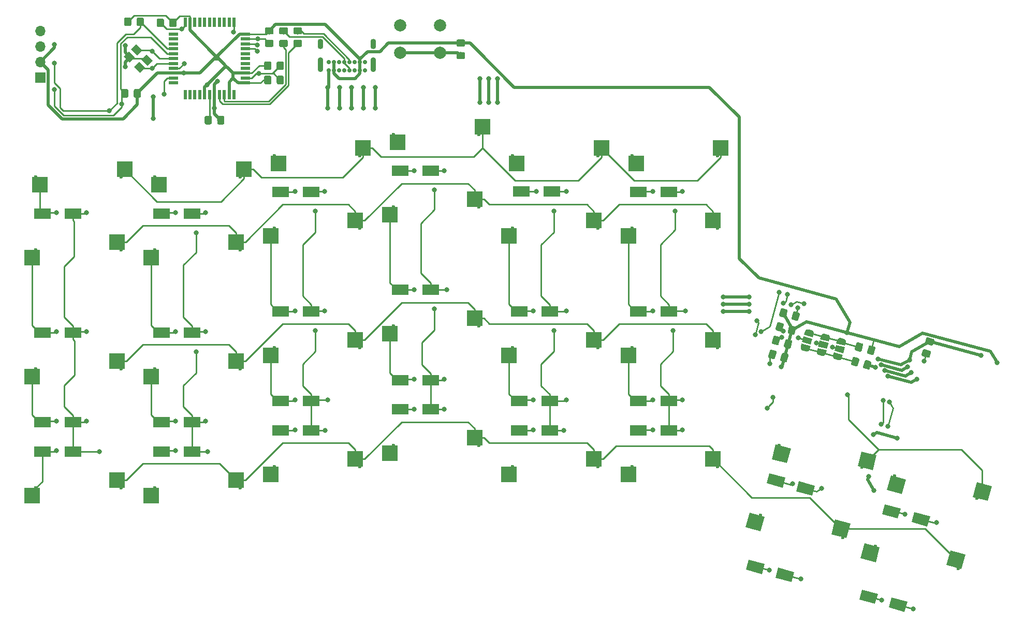
<source format=gbl>
G04 #@! TF.GenerationSoftware,KiCad,Pcbnew,(5.1.4)-1*
G04 #@! TF.CreationDate,2020-05-29T20:33:55-05:00*
G04 #@! TF.ProjectId,Keeb,4b656562-2e6b-4696-9361-645f70636258,rev?*
G04 #@! TF.SameCoordinates,Original*
G04 #@! TF.FileFunction,Copper,L2,Bot*
G04 #@! TF.FilePolarity,Positive*
%FSLAX46Y46*%
G04 Gerber Fmt 4.6, Leading zero omitted, Abs format (unit mm)*
G04 Created by KiCad (PCBNEW (5.1.4)-1) date 2020-05-29 20:33:55*
%MOMM*%
%LPD*%
G04 APERTURE LIST*
%ADD10R,1.500000X0.500000*%
%ADD11R,0.500000X1.500000*%
%ADD12C,0.600000*%
%ADD13R,2.550000X2.500000*%
%ADD14C,0.100000*%
%ADD15C,1.150000*%
%ADD16R,2.700000X1.700000*%
%ADD17O,1.700000X1.700000*%
%ADD18R,1.700000X1.700000*%
%ADD19C,1.200000*%
%ADD20C,1.700000*%
%ADD21C,2.500000*%
%ADD22O,0.900000X1.700000*%
%ADD23O,0.900000X2.400000*%
%ADD24C,0.700000*%
%ADD25C,2.000000*%
%ADD26C,0.500000*%
%ADD27C,1.000000*%
%ADD28C,0.800000*%
%ADD29C,0.500000*%
%ADD30C,0.250000*%
G04 APERTURE END LIST*
D10*
X233088891Y-43313534D03*
X233088891Y-42513534D03*
X233088891Y-41713534D03*
X233088891Y-40913534D03*
X233088891Y-40113534D03*
X233088891Y-39313534D03*
X233088891Y-38513534D03*
X233088891Y-37713534D03*
X233088891Y-36913534D03*
X233088891Y-36113534D03*
X233088891Y-35313534D03*
D11*
X231188891Y-33413534D03*
X230388891Y-33413534D03*
X229588891Y-33413534D03*
X228788891Y-33413534D03*
X227988891Y-33413534D03*
X227188891Y-33413534D03*
X226388891Y-33413534D03*
X225588891Y-33413534D03*
X224788891Y-33413534D03*
X223988891Y-33413534D03*
X223188891Y-33413534D03*
D10*
X221288891Y-35313534D03*
X221288891Y-36113534D03*
X221288891Y-36913534D03*
X221288891Y-37713534D03*
X221288891Y-38513534D03*
X221288891Y-39313534D03*
X221288891Y-40113534D03*
X221288891Y-40913534D03*
X221288891Y-41713534D03*
X221288891Y-42513534D03*
X221288891Y-43313534D03*
D11*
X223188891Y-45213534D03*
X223988891Y-45213534D03*
X224788891Y-45213534D03*
X225588891Y-45213534D03*
X226388891Y-45213534D03*
X227188891Y-45213534D03*
X227988891Y-45213534D03*
X228788891Y-45213534D03*
X229588891Y-45213534D03*
X230388891Y-45213534D03*
X231188891Y-45213534D03*
D12*
X218253891Y-58723534D03*
X232223891Y-58723534D03*
D13*
X232798891Y-57453534D03*
X218948891Y-59993534D03*
D14*
G36*
X215720720Y-44310824D02*
G01*
X215744988Y-44314424D01*
X215768787Y-44320385D01*
X215791886Y-44328650D01*
X215814065Y-44339140D01*
X215835108Y-44351752D01*
X215854814Y-44366367D01*
X215872992Y-44382843D01*
X215889468Y-44401021D01*
X215904083Y-44420727D01*
X215916695Y-44441770D01*
X215927185Y-44463949D01*
X215935450Y-44487048D01*
X215941411Y-44510847D01*
X215945011Y-44535115D01*
X215946215Y-44559619D01*
X215946215Y-45459621D01*
X215945011Y-45484125D01*
X215941411Y-45508393D01*
X215935450Y-45532192D01*
X215927185Y-45555291D01*
X215916695Y-45577470D01*
X215904083Y-45598513D01*
X215889468Y-45618219D01*
X215872992Y-45636397D01*
X215854814Y-45652873D01*
X215835108Y-45667488D01*
X215814065Y-45680100D01*
X215791886Y-45690590D01*
X215768787Y-45698855D01*
X215744988Y-45704816D01*
X215720720Y-45708416D01*
X215696216Y-45709620D01*
X215046214Y-45709620D01*
X215021710Y-45708416D01*
X214997442Y-45704816D01*
X214973643Y-45698855D01*
X214950544Y-45690590D01*
X214928365Y-45680100D01*
X214907322Y-45667488D01*
X214887616Y-45652873D01*
X214869438Y-45636397D01*
X214852962Y-45618219D01*
X214838347Y-45598513D01*
X214825735Y-45577470D01*
X214815245Y-45555291D01*
X214806980Y-45532192D01*
X214801019Y-45508393D01*
X214797419Y-45484125D01*
X214796215Y-45459621D01*
X214796215Y-44559619D01*
X214797419Y-44535115D01*
X214801019Y-44510847D01*
X214806980Y-44487048D01*
X214815245Y-44463949D01*
X214825735Y-44441770D01*
X214838347Y-44420727D01*
X214852962Y-44401021D01*
X214869438Y-44382843D01*
X214887616Y-44366367D01*
X214907322Y-44351752D01*
X214928365Y-44339140D01*
X214950544Y-44328650D01*
X214973643Y-44320385D01*
X214997442Y-44314424D01*
X215021710Y-44310824D01*
X215046214Y-44309620D01*
X215696216Y-44309620D01*
X215720720Y-44310824D01*
X215720720Y-44310824D01*
G37*
D15*
X215371215Y-45009620D03*
D14*
G36*
X213670720Y-44310824D02*
G01*
X213694988Y-44314424D01*
X213718787Y-44320385D01*
X213741886Y-44328650D01*
X213764065Y-44339140D01*
X213785108Y-44351752D01*
X213804814Y-44366367D01*
X213822992Y-44382843D01*
X213839468Y-44401021D01*
X213854083Y-44420727D01*
X213866695Y-44441770D01*
X213877185Y-44463949D01*
X213885450Y-44487048D01*
X213891411Y-44510847D01*
X213895011Y-44535115D01*
X213896215Y-44559619D01*
X213896215Y-45459621D01*
X213895011Y-45484125D01*
X213891411Y-45508393D01*
X213885450Y-45532192D01*
X213877185Y-45555291D01*
X213866695Y-45577470D01*
X213854083Y-45598513D01*
X213839468Y-45618219D01*
X213822992Y-45636397D01*
X213804814Y-45652873D01*
X213785108Y-45667488D01*
X213764065Y-45680100D01*
X213741886Y-45690590D01*
X213718787Y-45698855D01*
X213694988Y-45704816D01*
X213670720Y-45708416D01*
X213646216Y-45709620D01*
X212996214Y-45709620D01*
X212971710Y-45708416D01*
X212947442Y-45704816D01*
X212923643Y-45698855D01*
X212900544Y-45690590D01*
X212878365Y-45680100D01*
X212857322Y-45667488D01*
X212837616Y-45652873D01*
X212819438Y-45636397D01*
X212802962Y-45618219D01*
X212788347Y-45598513D01*
X212775735Y-45577470D01*
X212765245Y-45555291D01*
X212756980Y-45532192D01*
X212751019Y-45508393D01*
X212747419Y-45484125D01*
X212746215Y-45459621D01*
X212746215Y-44559619D01*
X212747419Y-44535115D01*
X212751019Y-44510847D01*
X212756980Y-44487048D01*
X212765245Y-44463949D01*
X212775735Y-44441770D01*
X212788347Y-44420727D01*
X212802962Y-44401021D01*
X212819438Y-44382843D01*
X212837616Y-44366367D01*
X212857322Y-44351752D01*
X212878365Y-44339140D01*
X212900544Y-44328650D01*
X212923643Y-44320385D01*
X212947442Y-44314424D01*
X212971710Y-44310824D01*
X212996214Y-44309620D01*
X213646216Y-44309620D01*
X213670720Y-44310824D01*
X213670720Y-44310824D01*
G37*
D15*
X213321215Y-45009620D03*
D16*
X278146215Y-61097120D03*
X283146215Y-61097120D03*
D17*
X199498891Y-34813534D03*
X199498891Y-37353534D03*
X199498891Y-39893534D03*
D18*
X199498891Y-42433534D03*
D14*
G36*
X332578531Y-88163173D02*
G01*
X332602904Y-88165977D01*
X332626885Y-88171157D01*
X333254739Y-88339390D01*
X333278096Y-88346894D01*
X333300606Y-88356653D01*
X333322050Y-88368570D01*
X333342224Y-88382532D01*
X333360931Y-88398405D01*
X333377993Y-88416034D01*
X333393245Y-88435251D01*
X333406539Y-88455871D01*
X333417749Y-88477694D01*
X333426766Y-88500510D01*
X333433502Y-88524101D01*
X333437894Y-88548239D01*
X333439899Y-88572690D01*
X333439498Y-88597221D01*
X333436694Y-88621594D01*
X333431514Y-88645575D01*
X333198576Y-89514910D01*
X333191072Y-89538267D01*
X333181313Y-89560777D01*
X333169396Y-89582222D01*
X333155433Y-89602395D01*
X333139561Y-89621102D01*
X333121932Y-89638164D01*
X333102715Y-89653416D01*
X333082095Y-89666711D01*
X333060272Y-89677920D01*
X333037455Y-89686937D01*
X333013865Y-89693673D01*
X332989727Y-89698065D01*
X332965276Y-89700070D01*
X332940745Y-89699669D01*
X332916372Y-89696865D01*
X332892391Y-89691685D01*
X332264537Y-89523452D01*
X332241180Y-89515948D01*
X332218670Y-89506189D01*
X332197226Y-89494272D01*
X332177052Y-89480310D01*
X332158345Y-89464437D01*
X332141283Y-89446808D01*
X332126031Y-89427591D01*
X332112737Y-89406971D01*
X332101527Y-89385148D01*
X332092510Y-89362332D01*
X332085774Y-89338741D01*
X332081382Y-89314603D01*
X332079377Y-89290152D01*
X332079778Y-89265621D01*
X332082582Y-89241248D01*
X332087762Y-89217267D01*
X332320700Y-88347932D01*
X332328204Y-88324575D01*
X332337963Y-88302065D01*
X332349880Y-88280620D01*
X332363843Y-88260447D01*
X332379715Y-88241740D01*
X332397344Y-88224678D01*
X332416561Y-88209426D01*
X332437181Y-88196131D01*
X332459004Y-88184922D01*
X332481821Y-88175905D01*
X332505411Y-88169169D01*
X332529549Y-88164777D01*
X332554000Y-88162772D01*
X332578531Y-88163173D01*
X332578531Y-88163173D01*
G37*
D15*
X332759638Y-88931421D03*
D14*
G36*
X334558679Y-88693753D02*
G01*
X334583052Y-88696557D01*
X334607033Y-88701737D01*
X335234887Y-88869970D01*
X335258244Y-88877474D01*
X335280754Y-88887233D01*
X335302198Y-88899150D01*
X335322372Y-88913112D01*
X335341079Y-88928985D01*
X335358141Y-88946614D01*
X335373393Y-88965831D01*
X335386687Y-88986451D01*
X335397897Y-89008274D01*
X335406914Y-89031090D01*
X335413650Y-89054681D01*
X335418042Y-89078819D01*
X335420047Y-89103270D01*
X335419646Y-89127801D01*
X335416842Y-89152174D01*
X335411662Y-89176155D01*
X335178724Y-90045490D01*
X335171220Y-90068847D01*
X335161461Y-90091357D01*
X335149544Y-90112802D01*
X335135581Y-90132975D01*
X335119709Y-90151682D01*
X335102080Y-90168744D01*
X335082863Y-90183996D01*
X335062243Y-90197291D01*
X335040420Y-90208500D01*
X335017603Y-90217517D01*
X334994013Y-90224253D01*
X334969875Y-90228645D01*
X334945424Y-90230650D01*
X334920893Y-90230249D01*
X334896520Y-90227445D01*
X334872539Y-90222265D01*
X334244685Y-90054032D01*
X334221328Y-90046528D01*
X334198818Y-90036769D01*
X334177374Y-90024852D01*
X334157200Y-90010890D01*
X334138493Y-89995017D01*
X334121431Y-89977388D01*
X334106179Y-89958171D01*
X334092885Y-89937551D01*
X334081675Y-89915728D01*
X334072658Y-89892912D01*
X334065922Y-89869321D01*
X334061530Y-89845183D01*
X334059525Y-89820732D01*
X334059926Y-89796201D01*
X334062730Y-89771828D01*
X334067910Y-89747847D01*
X334300848Y-88878512D01*
X334308352Y-88855155D01*
X334318111Y-88832645D01*
X334330028Y-88811200D01*
X334343991Y-88791027D01*
X334359863Y-88772320D01*
X334377492Y-88755258D01*
X334396709Y-88740006D01*
X334417329Y-88726711D01*
X334439152Y-88715502D01*
X334461969Y-88706485D01*
X334485559Y-88699749D01*
X334509697Y-88695357D01*
X334534148Y-88693352D01*
X334558679Y-88693753D01*
X334558679Y-88693753D01*
G37*
D15*
X334739786Y-89462001D03*
D19*
X214039322Y-39066047D03*
D14*
G36*
X214958561Y-39136758D02*
G01*
X214110033Y-39985286D01*
X213120083Y-38995336D01*
X213968611Y-38146808D01*
X214958561Y-39136758D01*
X214958561Y-39136758D01*
G37*
D19*
X215736378Y-40763103D03*
D14*
G36*
X216655617Y-40833814D02*
G01*
X215807089Y-41682342D01*
X214817139Y-40692392D01*
X215665667Y-39843864D01*
X216655617Y-40833814D01*
X216655617Y-40833814D01*
G37*
D19*
X215241404Y-37863965D03*
D14*
G36*
X216160643Y-37934676D02*
G01*
X215312115Y-38783204D01*
X214322165Y-37793254D01*
X215170693Y-36944726D01*
X216160643Y-37934676D01*
X216160643Y-37934676D01*
G37*
D19*
X216938460Y-39561021D03*
D14*
G36*
X217857699Y-39631732D02*
G01*
X217009171Y-40480260D01*
X216019221Y-39490310D01*
X216867749Y-38641782D01*
X217857699Y-39631732D01*
X217857699Y-39631732D01*
G37*
D20*
X334949076Y-127391484D03*
D14*
G36*
X336473072Y-126919853D02*
G01*
X336033080Y-128561927D01*
X333425080Y-127863115D01*
X333865072Y-126221041D01*
X336473072Y-126919853D01*
X336473072Y-126919853D01*
G37*
D20*
X339778706Y-128685580D03*
D14*
G36*
X341302702Y-128213949D02*
G01*
X340862710Y-129856023D01*
X338254710Y-129157211D01*
X338694702Y-127515137D01*
X341302702Y-128213949D01*
X341302702Y-128213949D01*
G37*
D20*
X316424077Y-122516486D03*
D14*
G36*
X317948073Y-122044855D02*
G01*
X317508081Y-123686929D01*
X314900081Y-122988117D01*
X315340073Y-121346043D01*
X317948073Y-122044855D01*
X317948073Y-122044855D01*
G37*
D20*
X321253707Y-123810582D03*
D14*
G36*
X322777703Y-123338951D02*
G01*
X322337711Y-124981025D01*
X319729711Y-124282213D01*
X320169703Y-122640139D01*
X322777703Y-123338951D01*
X322777703Y-123338951D01*
G37*
D16*
X297328892Y-100163665D03*
X302328892Y-100163665D03*
X277828891Y-100163667D03*
X282828891Y-100163667D03*
X258328891Y-96663667D03*
X263328891Y-96663667D03*
X238828891Y-100163666D03*
X243828891Y-100163666D03*
X219328891Y-103663534D03*
X224328891Y-103663534D03*
X199828891Y-103663533D03*
X204828891Y-103663533D03*
D20*
X343505905Y-114718809D03*
D14*
G36*
X341981909Y-115190440D02*
G01*
X342421901Y-113548366D01*
X345029901Y-114247178D01*
X344589909Y-115889252D01*
X341981909Y-115190440D01*
X341981909Y-115190440D01*
G37*
D20*
X338676275Y-113424713D03*
D14*
G36*
X337152279Y-113896344D02*
G01*
X337592271Y-112254270D01*
X340200271Y-112953082D01*
X339760279Y-114595156D01*
X337152279Y-113896344D01*
X337152279Y-113896344D01*
G37*
D20*
X319836576Y-108378985D03*
D14*
G36*
X321360572Y-107907354D02*
G01*
X320920580Y-109549428D01*
X318312580Y-108850616D01*
X318752572Y-107208542D01*
X321360572Y-107907354D01*
X321360572Y-107907354D01*
G37*
D20*
X324666206Y-109673081D03*
D14*
G36*
X326190202Y-109201450D02*
G01*
X325750210Y-110843524D01*
X323142210Y-110144712D01*
X323582202Y-108502638D01*
X326190202Y-109201450D01*
X326190202Y-109201450D01*
G37*
D16*
X297326391Y-95376034D03*
X302326391Y-95376034D03*
X277826392Y-95376032D03*
X282826392Y-95376032D03*
X258326391Y-91963534D03*
X263326391Y-91963534D03*
X238826393Y-95376034D03*
X243826393Y-95376034D03*
X219326392Y-98788532D03*
X224326392Y-98788532D03*
X199826391Y-98788533D03*
X204826391Y-98788533D03*
X297328891Y-80663667D03*
X302328891Y-80663667D03*
X277828891Y-80663667D03*
X282828891Y-80663667D03*
X258328893Y-77163667D03*
X263328893Y-77163667D03*
X238828892Y-80663667D03*
X243828892Y-80663667D03*
X219328891Y-84163532D03*
X224328891Y-84163532D03*
X199828891Y-84163534D03*
X204828891Y-84163534D03*
X297328891Y-61163667D03*
X302328891Y-61163667D03*
X258328891Y-57663666D03*
X263328891Y-57663666D03*
X238828891Y-61163665D03*
X243828891Y-61163665D03*
X219328891Y-64663534D03*
X224328891Y-64663534D03*
X199826391Y-64663535D03*
X204826391Y-64663535D03*
D12*
X349607210Y-122744987D03*
X336113227Y-119129285D03*
D21*
X335229119Y-120207189D03*
D14*
G36*
X333674040Y-121084602D02*
G01*
X334321087Y-118669787D01*
X336784198Y-119329776D01*
X336137151Y-121744591D01*
X333674040Y-121084602D01*
X333674040Y-121084602D01*
G37*
D21*
X349264592Y-121338382D03*
D14*
G36*
X347709513Y-122215795D02*
G01*
X348356560Y-119800980D01*
X350819671Y-120460969D01*
X350172624Y-122875784D01*
X347709513Y-122215795D01*
X347709513Y-122215795D01*
G37*
D12*
X330771657Y-117698015D03*
X317277674Y-114082313D03*
D21*
X316393566Y-115160217D03*
D14*
G36*
X314838487Y-116037630D02*
G01*
X315485534Y-113622815D01*
X317948645Y-114282804D01*
X317301598Y-116697619D01*
X314838487Y-116037630D01*
X314838487Y-116037630D01*
G37*
D21*
X330429039Y-116291410D03*
D14*
G36*
X328873960Y-117168823D02*
G01*
X329521007Y-114754008D01*
X331984118Y-115413997D01*
X331337071Y-117828812D01*
X328873960Y-117168823D01*
X328873960Y-117168823D01*
G37*
D12*
X310223893Y-106103667D03*
X296253893Y-106103667D03*
D13*
X295678893Y-107373667D03*
X309528893Y-104833667D03*
D12*
X290723891Y-106103667D03*
X276753891Y-106103667D03*
D13*
X276178891Y-107373667D03*
X290028891Y-104833667D03*
D12*
X271223891Y-102603667D03*
X257253891Y-102603667D03*
D13*
X256678891Y-103873667D03*
X270528891Y-101333667D03*
D12*
X251723891Y-106103665D03*
X237753891Y-106103665D03*
D13*
X237178891Y-107373665D03*
X251028891Y-104833665D03*
D12*
X232223891Y-109603534D03*
X218253891Y-109603534D03*
D13*
X217678891Y-110873534D03*
X231528891Y-108333534D03*
D12*
X212723891Y-109603534D03*
X198753891Y-109603534D03*
D13*
X198178891Y-110873534D03*
X212028891Y-108333534D03*
D12*
X339187998Y-107654086D03*
X352681981Y-111269788D03*
D21*
X353566089Y-110191884D03*
D14*
G36*
X355121168Y-109314471D02*
G01*
X354474121Y-111729286D01*
X352011010Y-111069297D01*
X352658057Y-108654482D01*
X355121168Y-109314471D01*
X355121168Y-109314471D01*
G37*
D21*
X339530616Y-109060691D03*
D14*
G36*
X341085695Y-108183278D02*
G01*
X340438648Y-110598093D01*
X337975537Y-109938104D01*
X338622584Y-107523289D01*
X341085695Y-108183278D01*
X341085695Y-108183278D01*
G37*
D12*
X320352444Y-102607115D03*
X333846427Y-106222817D03*
D21*
X334730535Y-105144913D03*
D14*
G36*
X336285614Y-104267500D02*
G01*
X335638567Y-106682315D01*
X333175456Y-106022326D01*
X333822503Y-103607511D01*
X336285614Y-104267500D01*
X336285614Y-104267500D01*
G37*
D21*
X320695062Y-104013720D03*
D14*
G36*
X322250141Y-103136307D02*
G01*
X321603094Y-105551122D01*
X319139983Y-104891133D01*
X319787030Y-102476318D01*
X322250141Y-103136307D01*
X322250141Y-103136307D01*
G37*
D12*
X310223891Y-86603667D03*
X296253891Y-86603667D03*
D13*
X295678891Y-87873667D03*
X309528891Y-85333667D03*
D12*
X290723893Y-86603667D03*
X276753893Y-86603667D03*
D13*
X276178893Y-87873667D03*
X290028893Y-85333667D03*
D12*
X271223889Y-83103667D03*
X257253889Y-83103667D03*
D13*
X256678889Y-84373667D03*
X270528889Y-81833667D03*
D12*
X251723891Y-86603667D03*
X237753891Y-86603667D03*
D13*
X237178891Y-87873667D03*
X251028891Y-85333667D03*
D12*
X232223891Y-90103534D03*
X218253891Y-90103534D03*
D13*
X217678891Y-91373534D03*
X231528891Y-88833534D03*
D12*
X212723891Y-90103532D03*
X198753891Y-90103532D03*
D13*
X198178891Y-91373532D03*
X212028891Y-88833532D03*
D12*
X310223891Y-67103667D03*
X296253891Y-67103667D03*
D13*
X295678891Y-68373667D03*
X309528891Y-65833667D03*
D12*
X290723891Y-67103665D03*
X276753891Y-67103665D03*
D13*
X276178891Y-68373665D03*
X290028891Y-65833665D03*
D12*
X271223892Y-63603665D03*
X257253892Y-63603665D03*
D13*
X256678892Y-64873665D03*
X270528892Y-62333665D03*
D12*
X251723891Y-67103667D03*
X237753891Y-67103667D03*
D13*
X237178891Y-68373667D03*
X251028891Y-65833667D03*
D12*
X232223892Y-70603532D03*
X218253892Y-70603532D03*
D13*
X217678892Y-71873532D03*
X231528892Y-69333532D03*
D12*
X212723891Y-70603534D03*
X198753891Y-70603534D03*
D13*
X198178891Y-71873534D03*
X212028891Y-69333534D03*
D12*
X296253891Y-55223665D03*
X310223891Y-55223665D03*
D13*
X310798891Y-53953665D03*
X296948891Y-56493665D03*
D12*
X276753891Y-55223667D03*
X290723891Y-55223667D03*
D13*
X291298891Y-53953667D03*
X277448891Y-56493667D03*
D12*
X257253893Y-51723666D03*
X271223893Y-51723666D03*
D13*
X271798893Y-50453666D03*
X257948893Y-52993666D03*
D12*
X237753891Y-55223667D03*
X251723891Y-55223667D03*
D13*
X252298891Y-53953667D03*
X238448891Y-56493667D03*
D12*
X198753890Y-58723666D03*
X212723890Y-58723666D03*
D13*
X213298890Y-57453666D03*
X199448890Y-59993666D03*
D22*
X253988891Y-36903534D03*
X245338891Y-36903534D03*
D23*
X253988891Y-40283534D03*
X245338891Y-40283534D03*
D24*
X250088891Y-39913534D03*
X252638891Y-39913534D03*
X251788891Y-39913534D03*
X250938891Y-39913534D03*
X246688891Y-39913534D03*
X248388891Y-39913534D03*
X249238891Y-39913534D03*
X247538891Y-39913534D03*
X252638891Y-41263534D03*
X251788891Y-41263534D03*
X250938891Y-41263534D03*
X250088891Y-41263534D03*
X249238891Y-41263534D03*
X248388891Y-41263534D03*
X247538891Y-41263534D03*
X246688891Y-41263534D03*
D25*
X264888891Y-33853534D03*
X264888891Y-38353534D03*
X258388891Y-33853534D03*
X258388891Y-38353534D03*
D14*
G36*
X344607481Y-84931100D02*
G01*
X344631854Y-84933904D01*
X344655835Y-84939084D01*
X345525170Y-85172022D01*
X345548527Y-85179526D01*
X345571037Y-85189285D01*
X345592482Y-85201202D01*
X345612655Y-85215165D01*
X345631362Y-85231037D01*
X345648424Y-85248666D01*
X345663676Y-85267883D01*
X345676971Y-85288503D01*
X345688180Y-85310326D01*
X345697197Y-85333143D01*
X345703933Y-85356733D01*
X345708325Y-85380871D01*
X345710330Y-85405322D01*
X345709929Y-85429853D01*
X345707125Y-85454226D01*
X345701945Y-85478207D01*
X345533712Y-86106061D01*
X345526208Y-86129418D01*
X345516449Y-86151928D01*
X345504532Y-86173372D01*
X345490570Y-86193546D01*
X345474697Y-86212253D01*
X345457068Y-86229315D01*
X345437851Y-86244567D01*
X345417231Y-86257861D01*
X345395408Y-86269071D01*
X345372592Y-86278088D01*
X345349001Y-86284824D01*
X345324863Y-86289216D01*
X345300412Y-86291221D01*
X345275881Y-86290820D01*
X345251508Y-86288016D01*
X345227527Y-86282836D01*
X344358192Y-86049898D01*
X344334835Y-86042394D01*
X344312325Y-86032635D01*
X344290880Y-86020718D01*
X344270707Y-86006755D01*
X344252000Y-85990883D01*
X344234938Y-85973254D01*
X344219686Y-85954037D01*
X344206391Y-85933417D01*
X344195182Y-85911594D01*
X344186165Y-85888777D01*
X344179429Y-85865187D01*
X344175037Y-85841049D01*
X344173032Y-85816598D01*
X344173433Y-85792067D01*
X344176237Y-85767694D01*
X344181417Y-85743713D01*
X344349650Y-85115859D01*
X344357154Y-85092502D01*
X344366913Y-85069992D01*
X344378830Y-85048548D01*
X344392792Y-85028374D01*
X344408665Y-85009667D01*
X344426294Y-84992605D01*
X344445511Y-84977353D01*
X344466131Y-84964059D01*
X344487954Y-84952849D01*
X344510770Y-84943832D01*
X344534361Y-84937096D01*
X344558499Y-84932704D01*
X344582950Y-84930699D01*
X344607481Y-84931100D01*
X344607481Y-84931100D01*
G37*
D15*
X344941681Y-85610960D03*
D14*
G36*
X344076901Y-86911248D02*
G01*
X344101274Y-86914052D01*
X344125255Y-86919232D01*
X344994590Y-87152170D01*
X345017947Y-87159674D01*
X345040457Y-87169433D01*
X345061902Y-87181350D01*
X345082075Y-87195313D01*
X345100782Y-87211185D01*
X345117844Y-87228814D01*
X345133096Y-87248031D01*
X345146391Y-87268651D01*
X345157600Y-87290474D01*
X345166617Y-87313291D01*
X345173353Y-87336881D01*
X345177745Y-87361019D01*
X345179750Y-87385470D01*
X345179349Y-87410001D01*
X345176545Y-87434374D01*
X345171365Y-87458355D01*
X345003132Y-88086209D01*
X344995628Y-88109566D01*
X344985869Y-88132076D01*
X344973952Y-88153520D01*
X344959990Y-88173694D01*
X344944117Y-88192401D01*
X344926488Y-88209463D01*
X344907271Y-88224715D01*
X344886651Y-88238009D01*
X344864828Y-88249219D01*
X344842012Y-88258236D01*
X344818421Y-88264972D01*
X344794283Y-88269364D01*
X344769832Y-88271369D01*
X344745301Y-88270968D01*
X344720928Y-88268164D01*
X344696947Y-88262984D01*
X343827612Y-88030046D01*
X343804255Y-88022542D01*
X343781745Y-88012783D01*
X343760300Y-88000866D01*
X343740127Y-87986903D01*
X343721420Y-87971031D01*
X343704358Y-87953402D01*
X343689106Y-87934185D01*
X343675811Y-87913565D01*
X343664602Y-87891742D01*
X343655585Y-87868925D01*
X343648849Y-87845335D01*
X343644457Y-87821197D01*
X343642452Y-87796746D01*
X343642853Y-87772215D01*
X343645657Y-87747842D01*
X343650837Y-87723861D01*
X343819070Y-87096007D01*
X343826574Y-87072650D01*
X343836333Y-87050140D01*
X343848250Y-87028696D01*
X343862212Y-87008522D01*
X343878085Y-86989815D01*
X343895714Y-86972753D01*
X343914931Y-86957501D01*
X343935551Y-86944207D01*
X343957374Y-86932997D01*
X343980190Y-86923980D01*
X344003781Y-86917244D01*
X344027919Y-86912852D01*
X344052370Y-86910847D01*
X344076901Y-86911248D01*
X344076901Y-86911248D01*
G37*
D15*
X344411101Y-87591108D03*
D14*
G36*
X333228370Y-85737938D02*
G01*
X333252743Y-85740742D01*
X333276724Y-85745922D01*
X333904578Y-85914155D01*
X333927935Y-85921659D01*
X333950445Y-85931418D01*
X333971889Y-85943335D01*
X333992063Y-85957297D01*
X334010770Y-85973170D01*
X334027832Y-85990799D01*
X334043084Y-86010016D01*
X334056378Y-86030636D01*
X334067588Y-86052459D01*
X334076605Y-86075275D01*
X334083341Y-86098866D01*
X334087733Y-86123004D01*
X334089738Y-86147455D01*
X334089337Y-86171986D01*
X334086533Y-86196359D01*
X334081353Y-86220340D01*
X333848415Y-87089675D01*
X333840911Y-87113032D01*
X333831152Y-87135542D01*
X333819235Y-87156987D01*
X333805272Y-87177160D01*
X333789400Y-87195867D01*
X333771771Y-87212929D01*
X333752554Y-87228181D01*
X333731934Y-87241476D01*
X333710111Y-87252685D01*
X333687294Y-87261702D01*
X333663704Y-87268438D01*
X333639566Y-87272830D01*
X333615115Y-87274835D01*
X333590584Y-87274434D01*
X333566211Y-87271630D01*
X333542230Y-87266450D01*
X332914376Y-87098217D01*
X332891019Y-87090713D01*
X332868509Y-87080954D01*
X332847065Y-87069037D01*
X332826891Y-87055075D01*
X332808184Y-87039202D01*
X332791122Y-87021573D01*
X332775870Y-87002356D01*
X332762576Y-86981736D01*
X332751366Y-86959913D01*
X332742349Y-86937097D01*
X332735613Y-86913506D01*
X332731221Y-86889368D01*
X332729216Y-86864917D01*
X332729617Y-86840386D01*
X332732421Y-86816013D01*
X332737601Y-86792032D01*
X332970539Y-85922697D01*
X332978043Y-85899340D01*
X332987802Y-85876830D01*
X332999719Y-85855385D01*
X333013682Y-85835212D01*
X333029554Y-85816505D01*
X333047183Y-85799443D01*
X333066400Y-85784191D01*
X333087020Y-85770896D01*
X333108843Y-85759687D01*
X333131660Y-85750670D01*
X333155250Y-85743934D01*
X333179388Y-85739542D01*
X333203839Y-85737537D01*
X333228370Y-85737938D01*
X333228370Y-85737938D01*
G37*
D15*
X333409477Y-86506186D03*
D14*
G36*
X335208518Y-86268518D02*
G01*
X335232891Y-86271322D01*
X335256872Y-86276502D01*
X335884726Y-86444735D01*
X335908083Y-86452239D01*
X335930593Y-86461998D01*
X335952037Y-86473915D01*
X335972211Y-86487877D01*
X335990918Y-86503750D01*
X336007980Y-86521379D01*
X336023232Y-86540596D01*
X336036526Y-86561216D01*
X336047736Y-86583039D01*
X336056753Y-86605855D01*
X336063489Y-86629446D01*
X336067881Y-86653584D01*
X336069886Y-86678035D01*
X336069485Y-86702566D01*
X336066681Y-86726939D01*
X336061501Y-86750920D01*
X335828563Y-87620255D01*
X335821059Y-87643612D01*
X335811300Y-87666122D01*
X335799383Y-87687567D01*
X335785420Y-87707740D01*
X335769548Y-87726447D01*
X335751919Y-87743509D01*
X335732702Y-87758761D01*
X335712082Y-87772056D01*
X335690259Y-87783265D01*
X335667442Y-87792282D01*
X335643852Y-87799018D01*
X335619714Y-87803410D01*
X335595263Y-87805415D01*
X335570732Y-87805014D01*
X335546359Y-87802210D01*
X335522378Y-87797030D01*
X334894524Y-87628797D01*
X334871167Y-87621293D01*
X334848657Y-87611534D01*
X334827213Y-87599617D01*
X334807039Y-87585655D01*
X334788332Y-87569782D01*
X334771270Y-87552153D01*
X334756018Y-87532936D01*
X334742724Y-87512316D01*
X334731514Y-87490493D01*
X334722497Y-87467677D01*
X334715761Y-87444086D01*
X334711369Y-87419948D01*
X334709364Y-87395497D01*
X334709765Y-87370966D01*
X334712569Y-87346593D01*
X334717749Y-87322612D01*
X334950687Y-86453277D01*
X334958191Y-86429920D01*
X334967950Y-86407410D01*
X334979867Y-86385965D01*
X334993830Y-86365792D01*
X335009702Y-86347085D01*
X335027331Y-86330023D01*
X335046548Y-86314771D01*
X335067168Y-86301476D01*
X335088991Y-86290267D01*
X335111808Y-86281250D01*
X335135398Y-86274514D01*
X335159536Y-86270122D01*
X335183987Y-86268117D01*
X335208518Y-86268518D01*
X335208518Y-86268518D01*
G37*
D15*
X335389625Y-87036766D03*
D14*
G36*
X319048306Y-86960305D02*
G01*
X319072679Y-86963109D01*
X319096660Y-86968289D01*
X319724514Y-87136522D01*
X319747871Y-87144026D01*
X319770381Y-87153785D01*
X319791825Y-87165702D01*
X319811999Y-87179664D01*
X319830706Y-87195537D01*
X319847768Y-87213166D01*
X319863020Y-87232383D01*
X319876314Y-87253003D01*
X319887524Y-87274826D01*
X319896541Y-87297642D01*
X319903277Y-87321233D01*
X319907669Y-87345371D01*
X319909674Y-87369822D01*
X319909273Y-87394353D01*
X319906469Y-87418726D01*
X319901289Y-87442707D01*
X319668351Y-88312042D01*
X319660847Y-88335399D01*
X319651088Y-88357909D01*
X319639171Y-88379354D01*
X319625208Y-88399527D01*
X319609336Y-88418234D01*
X319591707Y-88435296D01*
X319572490Y-88450548D01*
X319551870Y-88463843D01*
X319530047Y-88475052D01*
X319507230Y-88484069D01*
X319483640Y-88490805D01*
X319459502Y-88495197D01*
X319435051Y-88497202D01*
X319410520Y-88496801D01*
X319386147Y-88493997D01*
X319362166Y-88488817D01*
X318734312Y-88320584D01*
X318710955Y-88313080D01*
X318688445Y-88303321D01*
X318667001Y-88291404D01*
X318646827Y-88277442D01*
X318628120Y-88261569D01*
X318611058Y-88243940D01*
X318595806Y-88224723D01*
X318582512Y-88204103D01*
X318571302Y-88182280D01*
X318562285Y-88159464D01*
X318555549Y-88135873D01*
X318551157Y-88111735D01*
X318549152Y-88087284D01*
X318549553Y-88062753D01*
X318552357Y-88038380D01*
X318557537Y-88014399D01*
X318790475Y-87145064D01*
X318797979Y-87121707D01*
X318807738Y-87099197D01*
X318819655Y-87077752D01*
X318833618Y-87057579D01*
X318849490Y-87038872D01*
X318867119Y-87021810D01*
X318886336Y-87006558D01*
X318906956Y-86993263D01*
X318928779Y-86982054D01*
X318951596Y-86973037D01*
X318975186Y-86966301D01*
X318999324Y-86961909D01*
X319023775Y-86959904D01*
X319048306Y-86960305D01*
X319048306Y-86960305D01*
G37*
D15*
X319229413Y-87728553D03*
D14*
G36*
X321028454Y-87490885D02*
G01*
X321052827Y-87493689D01*
X321076808Y-87498869D01*
X321704662Y-87667102D01*
X321728019Y-87674606D01*
X321750529Y-87684365D01*
X321771973Y-87696282D01*
X321792147Y-87710244D01*
X321810854Y-87726117D01*
X321827916Y-87743746D01*
X321843168Y-87762963D01*
X321856462Y-87783583D01*
X321867672Y-87805406D01*
X321876689Y-87828222D01*
X321883425Y-87851813D01*
X321887817Y-87875951D01*
X321889822Y-87900402D01*
X321889421Y-87924933D01*
X321886617Y-87949306D01*
X321881437Y-87973287D01*
X321648499Y-88842622D01*
X321640995Y-88865979D01*
X321631236Y-88888489D01*
X321619319Y-88909934D01*
X321605356Y-88930107D01*
X321589484Y-88948814D01*
X321571855Y-88965876D01*
X321552638Y-88981128D01*
X321532018Y-88994423D01*
X321510195Y-89005632D01*
X321487378Y-89014649D01*
X321463788Y-89021385D01*
X321439650Y-89025777D01*
X321415199Y-89027782D01*
X321390668Y-89027381D01*
X321366295Y-89024577D01*
X321342314Y-89019397D01*
X320714460Y-88851164D01*
X320691103Y-88843660D01*
X320668593Y-88833901D01*
X320647149Y-88821984D01*
X320626975Y-88808022D01*
X320608268Y-88792149D01*
X320591206Y-88774520D01*
X320575954Y-88755303D01*
X320562660Y-88734683D01*
X320551450Y-88712860D01*
X320542433Y-88690044D01*
X320535697Y-88666453D01*
X320531305Y-88642315D01*
X320529300Y-88617864D01*
X320529701Y-88593333D01*
X320532505Y-88568960D01*
X320537685Y-88544979D01*
X320770623Y-87675644D01*
X320778127Y-87652287D01*
X320787886Y-87629777D01*
X320799803Y-87608332D01*
X320813766Y-87588159D01*
X320829638Y-87569452D01*
X320847267Y-87552390D01*
X320866484Y-87537138D01*
X320887104Y-87523843D01*
X320908927Y-87512634D01*
X320931744Y-87503617D01*
X320955334Y-87496881D01*
X320979472Y-87492489D01*
X321003923Y-87490484D01*
X321028454Y-87490885D01*
X321028454Y-87490885D01*
G37*
D15*
X321209561Y-88259133D03*
D14*
G36*
X319653943Y-84700041D02*
G01*
X319678316Y-84702845D01*
X319702297Y-84708025D01*
X320330151Y-84876258D01*
X320353508Y-84883762D01*
X320376018Y-84893521D01*
X320397462Y-84905438D01*
X320417636Y-84919400D01*
X320436343Y-84935273D01*
X320453405Y-84952902D01*
X320468657Y-84972119D01*
X320481951Y-84992739D01*
X320493161Y-85014562D01*
X320502178Y-85037378D01*
X320508914Y-85060969D01*
X320513306Y-85085107D01*
X320515311Y-85109558D01*
X320514910Y-85134089D01*
X320512106Y-85158462D01*
X320506926Y-85182443D01*
X320273988Y-86051778D01*
X320266484Y-86075135D01*
X320256725Y-86097645D01*
X320244808Y-86119090D01*
X320230845Y-86139263D01*
X320214973Y-86157970D01*
X320197344Y-86175032D01*
X320178127Y-86190284D01*
X320157507Y-86203579D01*
X320135684Y-86214788D01*
X320112867Y-86223805D01*
X320089277Y-86230541D01*
X320065139Y-86234933D01*
X320040688Y-86236938D01*
X320016157Y-86236537D01*
X319991784Y-86233733D01*
X319967803Y-86228553D01*
X319339949Y-86060320D01*
X319316592Y-86052816D01*
X319294082Y-86043057D01*
X319272638Y-86031140D01*
X319252464Y-86017178D01*
X319233757Y-86001305D01*
X319216695Y-85983676D01*
X319201443Y-85964459D01*
X319188149Y-85943839D01*
X319176939Y-85922016D01*
X319167922Y-85899200D01*
X319161186Y-85875609D01*
X319156794Y-85851471D01*
X319154789Y-85827020D01*
X319155190Y-85802489D01*
X319157994Y-85778116D01*
X319163174Y-85754135D01*
X319396112Y-84884800D01*
X319403616Y-84861443D01*
X319413375Y-84838933D01*
X319425292Y-84817488D01*
X319439255Y-84797315D01*
X319455127Y-84778608D01*
X319472756Y-84761546D01*
X319491973Y-84746294D01*
X319512593Y-84732999D01*
X319534416Y-84721790D01*
X319557233Y-84712773D01*
X319580823Y-84706037D01*
X319604961Y-84701645D01*
X319629412Y-84699640D01*
X319653943Y-84700041D01*
X319653943Y-84700041D01*
G37*
D15*
X319835050Y-85468289D03*
D14*
G36*
X321634091Y-85230621D02*
G01*
X321658464Y-85233425D01*
X321682445Y-85238605D01*
X322310299Y-85406838D01*
X322333656Y-85414342D01*
X322356166Y-85424101D01*
X322377610Y-85436018D01*
X322397784Y-85449980D01*
X322416491Y-85465853D01*
X322433553Y-85483482D01*
X322448805Y-85502699D01*
X322462099Y-85523319D01*
X322473309Y-85545142D01*
X322482326Y-85567958D01*
X322489062Y-85591549D01*
X322493454Y-85615687D01*
X322495459Y-85640138D01*
X322495058Y-85664669D01*
X322492254Y-85689042D01*
X322487074Y-85713023D01*
X322254136Y-86582358D01*
X322246632Y-86605715D01*
X322236873Y-86628225D01*
X322224956Y-86649670D01*
X322210993Y-86669843D01*
X322195121Y-86688550D01*
X322177492Y-86705612D01*
X322158275Y-86720864D01*
X322137655Y-86734159D01*
X322115832Y-86745368D01*
X322093015Y-86754385D01*
X322069425Y-86761121D01*
X322045287Y-86765513D01*
X322020836Y-86767518D01*
X321996305Y-86767117D01*
X321971932Y-86764313D01*
X321947951Y-86759133D01*
X321320097Y-86590900D01*
X321296740Y-86583396D01*
X321274230Y-86573637D01*
X321252786Y-86561720D01*
X321232612Y-86547758D01*
X321213905Y-86531885D01*
X321196843Y-86514256D01*
X321181591Y-86495039D01*
X321168297Y-86474419D01*
X321157087Y-86452596D01*
X321148070Y-86429780D01*
X321141334Y-86406189D01*
X321136942Y-86382051D01*
X321134937Y-86357600D01*
X321135338Y-86333069D01*
X321138142Y-86308696D01*
X321143322Y-86284715D01*
X321376260Y-85415380D01*
X321383764Y-85392023D01*
X321393523Y-85369513D01*
X321405440Y-85348068D01*
X321419403Y-85327895D01*
X321435275Y-85309188D01*
X321452904Y-85292126D01*
X321472121Y-85276874D01*
X321492741Y-85263579D01*
X321514564Y-85252370D01*
X321537381Y-85243353D01*
X321560971Y-85236617D01*
X321585109Y-85232225D01*
X321609560Y-85230220D01*
X321634091Y-85230621D01*
X321634091Y-85230621D01*
G37*
D15*
X321815198Y-85998869D03*
D14*
G36*
X320259579Y-82439772D02*
G01*
X320283952Y-82442576D01*
X320307933Y-82447756D01*
X320935787Y-82615989D01*
X320959144Y-82623493D01*
X320981654Y-82633252D01*
X321003098Y-82645169D01*
X321023272Y-82659131D01*
X321041979Y-82675004D01*
X321059041Y-82692633D01*
X321074293Y-82711850D01*
X321087587Y-82732470D01*
X321098797Y-82754293D01*
X321107814Y-82777109D01*
X321114550Y-82800700D01*
X321118942Y-82824838D01*
X321120947Y-82849289D01*
X321120546Y-82873820D01*
X321117742Y-82898193D01*
X321112562Y-82922174D01*
X320879624Y-83791509D01*
X320872120Y-83814866D01*
X320862361Y-83837376D01*
X320850444Y-83858821D01*
X320836481Y-83878994D01*
X320820609Y-83897701D01*
X320802980Y-83914763D01*
X320783763Y-83930015D01*
X320763143Y-83943310D01*
X320741320Y-83954519D01*
X320718503Y-83963536D01*
X320694913Y-83970272D01*
X320670775Y-83974664D01*
X320646324Y-83976669D01*
X320621793Y-83976268D01*
X320597420Y-83973464D01*
X320573439Y-83968284D01*
X319945585Y-83800051D01*
X319922228Y-83792547D01*
X319899718Y-83782788D01*
X319878274Y-83770871D01*
X319858100Y-83756909D01*
X319839393Y-83741036D01*
X319822331Y-83723407D01*
X319807079Y-83704190D01*
X319793785Y-83683570D01*
X319782575Y-83661747D01*
X319773558Y-83638931D01*
X319766822Y-83615340D01*
X319762430Y-83591202D01*
X319760425Y-83566751D01*
X319760826Y-83542220D01*
X319763630Y-83517847D01*
X319768810Y-83493866D01*
X320001748Y-82624531D01*
X320009252Y-82601174D01*
X320019011Y-82578664D01*
X320030928Y-82557219D01*
X320044891Y-82537046D01*
X320060763Y-82518339D01*
X320078392Y-82501277D01*
X320097609Y-82486025D01*
X320118229Y-82472730D01*
X320140052Y-82461521D01*
X320162869Y-82452504D01*
X320186459Y-82445768D01*
X320210597Y-82441376D01*
X320235048Y-82439371D01*
X320259579Y-82439772D01*
X320259579Y-82439772D01*
G37*
D15*
X320440686Y-83208020D03*
D14*
G36*
X322239727Y-82970352D02*
G01*
X322264100Y-82973156D01*
X322288081Y-82978336D01*
X322915935Y-83146569D01*
X322939292Y-83154073D01*
X322961802Y-83163832D01*
X322983246Y-83175749D01*
X323003420Y-83189711D01*
X323022127Y-83205584D01*
X323039189Y-83223213D01*
X323054441Y-83242430D01*
X323067735Y-83263050D01*
X323078945Y-83284873D01*
X323087962Y-83307689D01*
X323094698Y-83331280D01*
X323099090Y-83355418D01*
X323101095Y-83379869D01*
X323100694Y-83404400D01*
X323097890Y-83428773D01*
X323092710Y-83452754D01*
X322859772Y-84322089D01*
X322852268Y-84345446D01*
X322842509Y-84367956D01*
X322830592Y-84389401D01*
X322816629Y-84409574D01*
X322800757Y-84428281D01*
X322783128Y-84445343D01*
X322763911Y-84460595D01*
X322743291Y-84473890D01*
X322721468Y-84485099D01*
X322698651Y-84494116D01*
X322675061Y-84500852D01*
X322650923Y-84505244D01*
X322626472Y-84507249D01*
X322601941Y-84506848D01*
X322577568Y-84504044D01*
X322553587Y-84498864D01*
X321925733Y-84330631D01*
X321902376Y-84323127D01*
X321879866Y-84313368D01*
X321858422Y-84301451D01*
X321838248Y-84287489D01*
X321819541Y-84271616D01*
X321802479Y-84253987D01*
X321787227Y-84234770D01*
X321773933Y-84214150D01*
X321762723Y-84192327D01*
X321753706Y-84169511D01*
X321746970Y-84145920D01*
X321742578Y-84121782D01*
X321740573Y-84097331D01*
X321740974Y-84072800D01*
X321743778Y-84048427D01*
X321748958Y-84024446D01*
X321981896Y-83155111D01*
X321989400Y-83131754D01*
X321999159Y-83109244D01*
X322011076Y-83087799D01*
X322025039Y-83067626D01*
X322040911Y-83048919D01*
X322058540Y-83031857D01*
X322077757Y-83016605D01*
X322098377Y-83003310D01*
X322120200Y-82992101D01*
X322143017Y-82983084D01*
X322166607Y-82976348D01*
X322190745Y-82971956D01*
X322215196Y-82969951D01*
X322239727Y-82970352D01*
X322239727Y-82970352D01*
G37*
D15*
X322420834Y-83738600D03*
D14*
G36*
X320865216Y-80179508D02*
G01*
X320889589Y-80182312D01*
X320913570Y-80187492D01*
X321541424Y-80355725D01*
X321564781Y-80363229D01*
X321587291Y-80372988D01*
X321608735Y-80384905D01*
X321628909Y-80398867D01*
X321647616Y-80414740D01*
X321664678Y-80432369D01*
X321679930Y-80451586D01*
X321693224Y-80472206D01*
X321704434Y-80494029D01*
X321713451Y-80516845D01*
X321720187Y-80540436D01*
X321724579Y-80564574D01*
X321726584Y-80589025D01*
X321726183Y-80613556D01*
X321723379Y-80637929D01*
X321718199Y-80661910D01*
X321485261Y-81531245D01*
X321477757Y-81554602D01*
X321467998Y-81577112D01*
X321456081Y-81598557D01*
X321442118Y-81618730D01*
X321426246Y-81637437D01*
X321408617Y-81654499D01*
X321389400Y-81669751D01*
X321368780Y-81683046D01*
X321346957Y-81694255D01*
X321324140Y-81703272D01*
X321300550Y-81710008D01*
X321276412Y-81714400D01*
X321251961Y-81716405D01*
X321227430Y-81716004D01*
X321203057Y-81713200D01*
X321179076Y-81708020D01*
X320551222Y-81539787D01*
X320527865Y-81532283D01*
X320505355Y-81522524D01*
X320483911Y-81510607D01*
X320463737Y-81496645D01*
X320445030Y-81480772D01*
X320427968Y-81463143D01*
X320412716Y-81443926D01*
X320399422Y-81423306D01*
X320388212Y-81401483D01*
X320379195Y-81378667D01*
X320372459Y-81355076D01*
X320368067Y-81330938D01*
X320366062Y-81306487D01*
X320366463Y-81281956D01*
X320369267Y-81257583D01*
X320374447Y-81233602D01*
X320607385Y-80364267D01*
X320614889Y-80340910D01*
X320624648Y-80318400D01*
X320636565Y-80296955D01*
X320650528Y-80276782D01*
X320666400Y-80258075D01*
X320684029Y-80241013D01*
X320703246Y-80225761D01*
X320723866Y-80212466D01*
X320745689Y-80201257D01*
X320768506Y-80192240D01*
X320792096Y-80185504D01*
X320816234Y-80181112D01*
X320840685Y-80179107D01*
X320865216Y-80179508D01*
X320865216Y-80179508D01*
G37*
D15*
X321046323Y-80947756D03*
D14*
G36*
X322845364Y-80710088D02*
G01*
X322869737Y-80712892D01*
X322893718Y-80718072D01*
X323521572Y-80886305D01*
X323544929Y-80893809D01*
X323567439Y-80903568D01*
X323588883Y-80915485D01*
X323609057Y-80929447D01*
X323627764Y-80945320D01*
X323644826Y-80962949D01*
X323660078Y-80982166D01*
X323673372Y-81002786D01*
X323684582Y-81024609D01*
X323693599Y-81047425D01*
X323700335Y-81071016D01*
X323704727Y-81095154D01*
X323706732Y-81119605D01*
X323706331Y-81144136D01*
X323703527Y-81168509D01*
X323698347Y-81192490D01*
X323465409Y-82061825D01*
X323457905Y-82085182D01*
X323448146Y-82107692D01*
X323436229Y-82129137D01*
X323422266Y-82149310D01*
X323406394Y-82168017D01*
X323388765Y-82185079D01*
X323369548Y-82200331D01*
X323348928Y-82213626D01*
X323327105Y-82224835D01*
X323304288Y-82233852D01*
X323280698Y-82240588D01*
X323256560Y-82244980D01*
X323232109Y-82246985D01*
X323207578Y-82246584D01*
X323183205Y-82243780D01*
X323159224Y-82238600D01*
X322531370Y-82070367D01*
X322508013Y-82062863D01*
X322485503Y-82053104D01*
X322464059Y-82041187D01*
X322443885Y-82027225D01*
X322425178Y-82011352D01*
X322408116Y-81993723D01*
X322392864Y-81974506D01*
X322379570Y-81953886D01*
X322368360Y-81932063D01*
X322359343Y-81909247D01*
X322352607Y-81885656D01*
X322348215Y-81861518D01*
X322346210Y-81837067D01*
X322346611Y-81812536D01*
X322349415Y-81788163D01*
X322354595Y-81764182D01*
X322587533Y-80894847D01*
X322595037Y-80871490D01*
X322604796Y-80848980D01*
X322616713Y-80827535D01*
X322630676Y-80807362D01*
X322646548Y-80788655D01*
X322664177Y-80771593D01*
X322683394Y-80756341D01*
X322704014Y-80743046D01*
X322725837Y-80731837D01*
X322748654Y-80722820D01*
X322772244Y-80716084D01*
X322796382Y-80711692D01*
X322820833Y-80709687D01*
X322845364Y-80710088D01*
X322845364Y-80710088D01*
G37*
D15*
X323026471Y-81478336D03*
D14*
G36*
X214158220Y-32610824D02*
G01*
X214182488Y-32614424D01*
X214206287Y-32620385D01*
X214229386Y-32628650D01*
X214251565Y-32639140D01*
X214272608Y-32651752D01*
X214292314Y-32666367D01*
X214310492Y-32682843D01*
X214326968Y-32701021D01*
X214341583Y-32720727D01*
X214354195Y-32741770D01*
X214364685Y-32763949D01*
X214372950Y-32787048D01*
X214378911Y-32810847D01*
X214382511Y-32835115D01*
X214383715Y-32859619D01*
X214383715Y-33759621D01*
X214382511Y-33784125D01*
X214378911Y-33808393D01*
X214372950Y-33832192D01*
X214364685Y-33855291D01*
X214354195Y-33877470D01*
X214341583Y-33898513D01*
X214326968Y-33918219D01*
X214310492Y-33936397D01*
X214292314Y-33952873D01*
X214272608Y-33967488D01*
X214251565Y-33980100D01*
X214229386Y-33990590D01*
X214206287Y-33998855D01*
X214182488Y-34004816D01*
X214158220Y-34008416D01*
X214133716Y-34009620D01*
X213483714Y-34009620D01*
X213459210Y-34008416D01*
X213434942Y-34004816D01*
X213411143Y-33998855D01*
X213388044Y-33990590D01*
X213365865Y-33980100D01*
X213344822Y-33967488D01*
X213325116Y-33952873D01*
X213306938Y-33936397D01*
X213290462Y-33918219D01*
X213275847Y-33898513D01*
X213263235Y-33877470D01*
X213252745Y-33855291D01*
X213244480Y-33832192D01*
X213238519Y-33808393D01*
X213234919Y-33784125D01*
X213233715Y-33759621D01*
X213233715Y-32859619D01*
X213234919Y-32835115D01*
X213238519Y-32810847D01*
X213244480Y-32787048D01*
X213252745Y-32763949D01*
X213263235Y-32741770D01*
X213275847Y-32720727D01*
X213290462Y-32701021D01*
X213306938Y-32682843D01*
X213325116Y-32666367D01*
X213344822Y-32651752D01*
X213365865Y-32639140D01*
X213388044Y-32628650D01*
X213411143Y-32620385D01*
X213434942Y-32614424D01*
X213459210Y-32610824D01*
X213483714Y-32609620D01*
X214133716Y-32609620D01*
X214158220Y-32610824D01*
X214158220Y-32610824D01*
G37*
D15*
X213808715Y-33309620D03*
D14*
G36*
X216208220Y-32610824D02*
G01*
X216232488Y-32614424D01*
X216256287Y-32620385D01*
X216279386Y-32628650D01*
X216301565Y-32639140D01*
X216322608Y-32651752D01*
X216342314Y-32666367D01*
X216360492Y-32682843D01*
X216376968Y-32701021D01*
X216391583Y-32720727D01*
X216404195Y-32741770D01*
X216414685Y-32763949D01*
X216422950Y-32787048D01*
X216428911Y-32810847D01*
X216432511Y-32835115D01*
X216433715Y-32859619D01*
X216433715Y-33759621D01*
X216432511Y-33784125D01*
X216428911Y-33808393D01*
X216422950Y-33832192D01*
X216414685Y-33855291D01*
X216404195Y-33877470D01*
X216391583Y-33898513D01*
X216376968Y-33918219D01*
X216360492Y-33936397D01*
X216342314Y-33952873D01*
X216322608Y-33967488D01*
X216301565Y-33980100D01*
X216279386Y-33990590D01*
X216256287Y-33998855D01*
X216232488Y-34004816D01*
X216208220Y-34008416D01*
X216183716Y-34009620D01*
X215533714Y-34009620D01*
X215509210Y-34008416D01*
X215484942Y-34004816D01*
X215461143Y-33998855D01*
X215438044Y-33990590D01*
X215415865Y-33980100D01*
X215394822Y-33967488D01*
X215375116Y-33952873D01*
X215356938Y-33936397D01*
X215340462Y-33918219D01*
X215325847Y-33898513D01*
X215313235Y-33877470D01*
X215302745Y-33855291D01*
X215294480Y-33832192D01*
X215288519Y-33808393D01*
X215284919Y-33784125D01*
X215283715Y-33759621D01*
X215283715Y-32859619D01*
X215284919Y-32835115D01*
X215288519Y-32810847D01*
X215294480Y-32787048D01*
X215302745Y-32763949D01*
X215313235Y-32741770D01*
X215325847Y-32720727D01*
X215340462Y-32701021D01*
X215356938Y-32682843D01*
X215375116Y-32666367D01*
X215394822Y-32651752D01*
X215415865Y-32639140D01*
X215438044Y-32628650D01*
X215461143Y-32620385D01*
X215484942Y-32614424D01*
X215509210Y-32610824D01*
X215533714Y-32609620D01*
X216183716Y-32609620D01*
X216208220Y-32610824D01*
X216208220Y-32610824D01*
G37*
D15*
X215858715Y-33309620D03*
D14*
G36*
X242093396Y-34204736D02*
G01*
X242117664Y-34208336D01*
X242141463Y-34214297D01*
X242164562Y-34222562D01*
X242186741Y-34233052D01*
X242207784Y-34245664D01*
X242227490Y-34260279D01*
X242245668Y-34276755D01*
X242262144Y-34294933D01*
X242276759Y-34314639D01*
X242289371Y-34335682D01*
X242299861Y-34357861D01*
X242308126Y-34380960D01*
X242314087Y-34404759D01*
X242317687Y-34429027D01*
X242318891Y-34453531D01*
X242318891Y-35103533D01*
X242317687Y-35128037D01*
X242314087Y-35152305D01*
X242308126Y-35176104D01*
X242299861Y-35199203D01*
X242289371Y-35221382D01*
X242276759Y-35242425D01*
X242262144Y-35262131D01*
X242245668Y-35280309D01*
X242227490Y-35296785D01*
X242207784Y-35311400D01*
X242186741Y-35324012D01*
X242164562Y-35334502D01*
X242141463Y-35342767D01*
X242117664Y-35348728D01*
X242093396Y-35352328D01*
X242068892Y-35353532D01*
X241168890Y-35353532D01*
X241144386Y-35352328D01*
X241120118Y-35348728D01*
X241096319Y-35342767D01*
X241073220Y-35334502D01*
X241051041Y-35324012D01*
X241029998Y-35311400D01*
X241010292Y-35296785D01*
X240992114Y-35280309D01*
X240975638Y-35262131D01*
X240961023Y-35242425D01*
X240948411Y-35221382D01*
X240937921Y-35199203D01*
X240929656Y-35176104D01*
X240923695Y-35152305D01*
X240920095Y-35128037D01*
X240918891Y-35103533D01*
X240918891Y-34453531D01*
X240920095Y-34429027D01*
X240923695Y-34404759D01*
X240929656Y-34380960D01*
X240937921Y-34357861D01*
X240948411Y-34335682D01*
X240961023Y-34314639D01*
X240975638Y-34294933D01*
X240992114Y-34276755D01*
X241010292Y-34260279D01*
X241029998Y-34245664D01*
X241051041Y-34233052D01*
X241073220Y-34222562D01*
X241096319Y-34214297D01*
X241120118Y-34208336D01*
X241144386Y-34204736D01*
X241168890Y-34203532D01*
X242068892Y-34203532D01*
X242093396Y-34204736D01*
X242093396Y-34204736D01*
G37*
D15*
X241618891Y-34778532D03*
D14*
G36*
X242093396Y-36254736D02*
G01*
X242117664Y-36258336D01*
X242141463Y-36264297D01*
X242164562Y-36272562D01*
X242186741Y-36283052D01*
X242207784Y-36295664D01*
X242227490Y-36310279D01*
X242245668Y-36326755D01*
X242262144Y-36344933D01*
X242276759Y-36364639D01*
X242289371Y-36385682D01*
X242299861Y-36407861D01*
X242308126Y-36430960D01*
X242314087Y-36454759D01*
X242317687Y-36479027D01*
X242318891Y-36503531D01*
X242318891Y-37153533D01*
X242317687Y-37178037D01*
X242314087Y-37202305D01*
X242308126Y-37226104D01*
X242299861Y-37249203D01*
X242289371Y-37271382D01*
X242276759Y-37292425D01*
X242262144Y-37312131D01*
X242245668Y-37330309D01*
X242227490Y-37346785D01*
X242207784Y-37361400D01*
X242186741Y-37374012D01*
X242164562Y-37384502D01*
X242141463Y-37392767D01*
X242117664Y-37398728D01*
X242093396Y-37402328D01*
X242068892Y-37403532D01*
X241168890Y-37403532D01*
X241144386Y-37402328D01*
X241120118Y-37398728D01*
X241096319Y-37392767D01*
X241073220Y-37384502D01*
X241051041Y-37374012D01*
X241029998Y-37361400D01*
X241010292Y-37346785D01*
X240992114Y-37330309D01*
X240975638Y-37312131D01*
X240961023Y-37292425D01*
X240948411Y-37271382D01*
X240937921Y-37249203D01*
X240929656Y-37226104D01*
X240923695Y-37202305D01*
X240920095Y-37178037D01*
X240918891Y-37153533D01*
X240918891Y-36503531D01*
X240920095Y-36479027D01*
X240923695Y-36454759D01*
X240929656Y-36430960D01*
X240937921Y-36407861D01*
X240948411Y-36385682D01*
X240961023Y-36364639D01*
X240975638Y-36344933D01*
X240992114Y-36326755D01*
X241010292Y-36310279D01*
X241029998Y-36295664D01*
X241051041Y-36283052D01*
X241073220Y-36272562D01*
X241096319Y-36264297D01*
X241120118Y-36258336D01*
X241144386Y-36254736D01*
X241168890Y-36253532D01*
X242068892Y-36253532D01*
X242093396Y-36254736D01*
X242093396Y-36254736D01*
G37*
D15*
X241618891Y-36828532D03*
D14*
G36*
X239753396Y-34204738D02*
G01*
X239777664Y-34208338D01*
X239801463Y-34214299D01*
X239824562Y-34222564D01*
X239846741Y-34233054D01*
X239867784Y-34245666D01*
X239887490Y-34260281D01*
X239905668Y-34276757D01*
X239922144Y-34294935D01*
X239936759Y-34314641D01*
X239949371Y-34335684D01*
X239959861Y-34357863D01*
X239968126Y-34380962D01*
X239974087Y-34404761D01*
X239977687Y-34429029D01*
X239978891Y-34453533D01*
X239978891Y-35103535D01*
X239977687Y-35128039D01*
X239974087Y-35152307D01*
X239968126Y-35176106D01*
X239959861Y-35199205D01*
X239949371Y-35221384D01*
X239936759Y-35242427D01*
X239922144Y-35262133D01*
X239905668Y-35280311D01*
X239887490Y-35296787D01*
X239867784Y-35311402D01*
X239846741Y-35324014D01*
X239824562Y-35334504D01*
X239801463Y-35342769D01*
X239777664Y-35348730D01*
X239753396Y-35352330D01*
X239728892Y-35353534D01*
X238828890Y-35353534D01*
X238804386Y-35352330D01*
X238780118Y-35348730D01*
X238756319Y-35342769D01*
X238733220Y-35334504D01*
X238711041Y-35324014D01*
X238689998Y-35311402D01*
X238670292Y-35296787D01*
X238652114Y-35280311D01*
X238635638Y-35262133D01*
X238621023Y-35242427D01*
X238608411Y-35221384D01*
X238597921Y-35199205D01*
X238589656Y-35176106D01*
X238583695Y-35152307D01*
X238580095Y-35128039D01*
X238578891Y-35103535D01*
X238578891Y-34453533D01*
X238580095Y-34429029D01*
X238583695Y-34404761D01*
X238589656Y-34380962D01*
X238597921Y-34357863D01*
X238608411Y-34335684D01*
X238621023Y-34314641D01*
X238635638Y-34294935D01*
X238652114Y-34276757D01*
X238670292Y-34260281D01*
X238689998Y-34245666D01*
X238711041Y-34233054D01*
X238733220Y-34222564D01*
X238756319Y-34214299D01*
X238780118Y-34208338D01*
X238804386Y-34204738D01*
X238828890Y-34203534D01*
X239728892Y-34203534D01*
X239753396Y-34204738D01*
X239753396Y-34204738D01*
G37*
D15*
X239278891Y-34778534D03*
D14*
G36*
X239753396Y-36254738D02*
G01*
X239777664Y-36258338D01*
X239801463Y-36264299D01*
X239824562Y-36272564D01*
X239846741Y-36283054D01*
X239867784Y-36295666D01*
X239887490Y-36310281D01*
X239905668Y-36326757D01*
X239922144Y-36344935D01*
X239936759Y-36364641D01*
X239949371Y-36385684D01*
X239959861Y-36407863D01*
X239968126Y-36430962D01*
X239974087Y-36454761D01*
X239977687Y-36479029D01*
X239978891Y-36503533D01*
X239978891Y-37153535D01*
X239977687Y-37178039D01*
X239974087Y-37202307D01*
X239968126Y-37226106D01*
X239959861Y-37249205D01*
X239949371Y-37271384D01*
X239936759Y-37292427D01*
X239922144Y-37312133D01*
X239905668Y-37330311D01*
X239887490Y-37346787D01*
X239867784Y-37361402D01*
X239846741Y-37374014D01*
X239824562Y-37384504D01*
X239801463Y-37392769D01*
X239777664Y-37398730D01*
X239753396Y-37402330D01*
X239728892Y-37403534D01*
X238828890Y-37403534D01*
X238804386Y-37402330D01*
X238780118Y-37398730D01*
X238756319Y-37392769D01*
X238733220Y-37384504D01*
X238711041Y-37374014D01*
X238689998Y-37361402D01*
X238670292Y-37346787D01*
X238652114Y-37330311D01*
X238635638Y-37312133D01*
X238621023Y-37292427D01*
X238608411Y-37271384D01*
X238597921Y-37249205D01*
X238589656Y-37226106D01*
X238583695Y-37202307D01*
X238580095Y-37178039D01*
X238578891Y-37153535D01*
X238578891Y-36503533D01*
X238580095Y-36479029D01*
X238583695Y-36454761D01*
X238589656Y-36430962D01*
X238597921Y-36407863D01*
X238608411Y-36385684D01*
X238621023Y-36364641D01*
X238635638Y-36344935D01*
X238652114Y-36326757D01*
X238670292Y-36310281D01*
X238689998Y-36295666D01*
X238711041Y-36283054D01*
X238733220Y-36272564D01*
X238756319Y-36264299D01*
X238780118Y-36258338D01*
X238804386Y-36254738D01*
X238828890Y-36253534D01*
X239728892Y-36253534D01*
X239753396Y-36254738D01*
X239753396Y-36254738D01*
G37*
D15*
X239278891Y-36828534D03*
D14*
G36*
X268738220Y-38245824D02*
G01*
X268762488Y-38249424D01*
X268786287Y-38255385D01*
X268809386Y-38263650D01*
X268831565Y-38274140D01*
X268852608Y-38286752D01*
X268872314Y-38301367D01*
X268890492Y-38317843D01*
X268906968Y-38336021D01*
X268921583Y-38355727D01*
X268934195Y-38376770D01*
X268944685Y-38398949D01*
X268952950Y-38422048D01*
X268958911Y-38445847D01*
X268962511Y-38470115D01*
X268963715Y-38494619D01*
X268963715Y-39144621D01*
X268962511Y-39169125D01*
X268958911Y-39193393D01*
X268952950Y-39217192D01*
X268944685Y-39240291D01*
X268934195Y-39262470D01*
X268921583Y-39283513D01*
X268906968Y-39303219D01*
X268890492Y-39321397D01*
X268872314Y-39337873D01*
X268852608Y-39352488D01*
X268831565Y-39365100D01*
X268809386Y-39375590D01*
X268786287Y-39383855D01*
X268762488Y-39389816D01*
X268738220Y-39393416D01*
X268713716Y-39394620D01*
X267813714Y-39394620D01*
X267789210Y-39393416D01*
X267764942Y-39389816D01*
X267741143Y-39383855D01*
X267718044Y-39375590D01*
X267695865Y-39365100D01*
X267674822Y-39352488D01*
X267655116Y-39337873D01*
X267636938Y-39321397D01*
X267620462Y-39303219D01*
X267605847Y-39283513D01*
X267593235Y-39262470D01*
X267582745Y-39240291D01*
X267574480Y-39217192D01*
X267568519Y-39193393D01*
X267564919Y-39169125D01*
X267563715Y-39144621D01*
X267563715Y-38494619D01*
X267564919Y-38470115D01*
X267568519Y-38445847D01*
X267574480Y-38422048D01*
X267582745Y-38398949D01*
X267593235Y-38376770D01*
X267605847Y-38355727D01*
X267620462Y-38336021D01*
X267636938Y-38317843D01*
X267655116Y-38301367D01*
X267674822Y-38286752D01*
X267695865Y-38274140D01*
X267718044Y-38263650D01*
X267741143Y-38255385D01*
X267764942Y-38249424D01*
X267789210Y-38245824D01*
X267813714Y-38244620D01*
X268713716Y-38244620D01*
X268738220Y-38245824D01*
X268738220Y-38245824D01*
G37*
D15*
X268263715Y-38819620D03*
D14*
G36*
X268738220Y-36195824D02*
G01*
X268762488Y-36199424D01*
X268786287Y-36205385D01*
X268809386Y-36213650D01*
X268831565Y-36224140D01*
X268852608Y-36236752D01*
X268872314Y-36251367D01*
X268890492Y-36267843D01*
X268906968Y-36286021D01*
X268921583Y-36305727D01*
X268934195Y-36326770D01*
X268944685Y-36348949D01*
X268952950Y-36372048D01*
X268958911Y-36395847D01*
X268962511Y-36420115D01*
X268963715Y-36444619D01*
X268963715Y-37094621D01*
X268962511Y-37119125D01*
X268958911Y-37143393D01*
X268952950Y-37167192D01*
X268944685Y-37190291D01*
X268934195Y-37212470D01*
X268921583Y-37233513D01*
X268906968Y-37253219D01*
X268890492Y-37271397D01*
X268872314Y-37287873D01*
X268852608Y-37302488D01*
X268831565Y-37315100D01*
X268809386Y-37325590D01*
X268786287Y-37333855D01*
X268762488Y-37339816D01*
X268738220Y-37343416D01*
X268713716Y-37344620D01*
X267813714Y-37344620D01*
X267789210Y-37343416D01*
X267764942Y-37339816D01*
X267741143Y-37333855D01*
X267718044Y-37325590D01*
X267695865Y-37315100D01*
X267674822Y-37302488D01*
X267655116Y-37287873D01*
X267636938Y-37271397D01*
X267620462Y-37253219D01*
X267605847Y-37233513D01*
X267593235Y-37212470D01*
X267582745Y-37190291D01*
X267574480Y-37167192D01*
X267568519Y-37143393D01*
X267564919Y-37119125D01*
X267563715Y-37094621D01*
X267563715Y-36444619D01*
X267564919Y-36420115D01*
X267568519Y-36395847D01*
X267574480Y-36372048D01*
X267582745Y-36348949D01*
X267593235Y-36326770D01*
X267605847Y-36305727D01*
X267620462Y-36286021D01*
X267636938Y-36267843D01*
X267655116Y-36251367D01*
X267674822Y-36236752D01*
X267695865Y-36224140D01*
X267718044Y-36213650D01*
X267741143Y-36205385D01*
X267764942Y-36199424D01*
X267789210Y-36195824D01*
X267813714Y-36194620D01*
X268713716Y-36194620D01*
X268738220Y-36195824D01*
X268738220Y-36195824D01*
G37*
D15*
X268263715Y-36769620D03*
D26*
X330549676Y-85605318D03*
D14*
G36*
X329682881Y-85942463D02*
G01*
X329825232Y-85411204D01*
X329825813Y-85411360D01*
X329832163Y-85387662D01*
X329849447Y-85341739D01*
X329871149Y-85297732D01*
X329897060Y-85256063D01*
X329926931Y-85217135D01*
X329960473Y-85181323D01*
X329997364Y-85148969D01*
X330037248Y-85120389D01*
X330079743Y-85095855D01*
X330124436Y-85075604D01*
X330170901Y-85059833D01*
X330218686Y-85048690D01*
X330267334Y-85042286D01*
X330316376Y-85040680D01*
X330365338Y-85043890D01*
X330413750Y-85051882D01*
X330437448Y-85058232D01*
X330437604Y-85057650D01*
X330920567Y-85187060D01*
X330920411Y-85187641D01*
X330944109Y-85193991D01*
X330990031Y-85211276D01*
X331034039Y-85232977D01*
X331075708Y-85258889D01*
X331114636Y-85288759D01*
X331150448Y-85322302D01*
X331182801Y-85359192D01*
X331211381Y-85399076D01*
X331235916Y-85441571D01*
X331256166Y-85486265D01*
X331271938Y-85532729D01*
X331283081Y-85580514D01*
X331289485Y-85629162D01*
X331291091Y-85678204D01*
X331287881Y-85727166D01*
X331279889Y-85775578D01*
X331273539Y-85799276D01*
X331274120Y-85799432D01*
X331131770Y-86330691D01*
X329682881Y-85942463D01*
X329682881Y-85942463D01*
G37*
D26*
X329876746Y-88116726D03*
D14*
G36*
X330600609Y-88310684D02*
G01*
X330594259Y-88334382D01*
X330576975Y-88380305D01*
X330555273Y-88424312D01*
X330529362Y-88465981D01*
X330499491Y-88504909D01*
X330465949Y-88540721D01*
X330429058Y-88573075D01*
X330389174Y-88601655D01*
X330346679Y-88626189D01*
X330301986Y-88646440D01*
X330255521Y-88662211D01*
X330207736Y-88673354D01*
X330159088Y-88679758D01*
X330110046Y-88681364D01*
X330061084Y-88678154D01*
X330012672Y-88670162D01*
X329988974Y-88663812D01*
X329988818Y-88664394D01*
X329505855Y-88534984D01*
X329506011Y-88534403D01*
X329482313Y-88528053D01*
X329436391Y-88510768D01*
X329392383Y-88489067D01*
X329350714Y-88463155D01*
X329311786Y-88433285D01*
X329275974Y-88399742D01*
X329243621Y-88362852D01*
X329215041Y-88322968D01*
X329190506Y-88280473D01*
X329170256Y-88235779D01*
X329154484Y-88189315D01*
X329143341Y-88141530D01*
X329136937Y-88092882D01*
X329135331Y-88043840D01*
X329138541Y-87994878D01*
X329146533Y-87946466D01*
X329152883Y-87922768D01*
X329152302Y-87922612D01*
X329294652Y-87391353D01*
X330743541Y-87779581D01*
X330601190Y-88310840D01*
X330600609Y-88310684D01*
X330600609Y-88310684D01*
G37*
D27*
X330213211Y-86861022D03*
D14*
G36*
X329618176Y-86183945D02*
G01*
X331067065Y-86572173D01*
X330808246Y-87538099D01*
X329359357Y-87149871D01*
X329618176Y-86183945D01*
X329618176Y-86183945D01*
G37*
D26*
X327912698Y-84898742D03*
D14*
G36*
X327045903Y-85235887D02*
G01*
X327188254Y-84704628D01*
X327188835Y-84704784D01*
X327195185Y-84681086D01*
X327212469Y-84635163D01*
X327234171Y-84591156D01*
X327260082Y-84549487D01*
X327289953Y-84510559D01*
X327323495Y-84474747D01*
X327360386Y-84442393D01*
X327400270Y-84413813D01*
X327442765Y-84389279D01*
X327487458Y-84369028D01*
X327533923Y-84353257D01*
X327581708Y-84342114D01*
X327630356Y-84335710D01*
X327679398Y-84334104D01*
X327728360Y-84337314D01*
X327776772Y-84345306D01*
X327800470Y-84351656D01*
X327800626Y-84351074D01*
X328283589Y-84480484D01*
X328283433Y-84481065D01*
X328307131Y-84487415D01*
X328353053Y-84504700D01*
X328397061Y-84526401D01*
X328438730Y-84552313D01*
X328477658Y-84582183D01*
X328513470Y-84615726D01*
X328545823Y-84652616D01*
X328574403Y-84692500D01*
X328598938Y-84734995D01*
X328619188Y-84779689D01*
X328634960Y-84826153D01*
X328646103Y-84873938D01*
X328652507Y-84922586D01*
X328654113Y-84971628D01*
X328650903Y-85020590D01*
X328642911Y-85069002D01*
X328636561Y-85092700D01*
X328637142Y-85092856D01*
X328494792Y-85624115D01*
X327045903Y-85235887D01*
X327045903Y-85235887D01*
G37*
D26*
X327239768Y-87410150D03*
D14*
G36*
X327963631Y-87604108D02*
G01*
X327957281Y-87627806D01*
X327939997Y-87673729D01*
X327918295Y-87717736D01*
X327892384Y-87759405D01*
X327862513Y-87798333D01*
X327828971Y-87834145D01*
X327792080Y-87866499D01*
X327752196Y-87895079D01*
X327709701Y-87919613D01*
X327665008Y-87939864D01*
X327618543Y-87955635D01*
X327570758Y-87966778D01*
X327522110Y-87973182D01*
X327473068Y-87974788D01*
X327424106Y-87971578D01*
X327375694Y-87963586D01*
X327351996Y-87957236D01*
X327351840Y-87957818D01*
X326868877Y-87828408D01*
X326869033Y-87827827D01*
X326845335Y-87821477D01*
X326799413Y-87804192D01*
X326755405Y-87782491D01*
X326713736Y-87756579D01*
X326674808Y-87726709D01*
X326638996Y-87693166D01*
X326606643Y-87656276D01*
X326578063Y-87616392D01*
X326553528Y-87573897D01*
X326533278Y-87529203D01*
X326517506Y-87482739D01*
X326506363Y-87434954D01*
X326499959Y-87386306D01*
X326498353Y-87337264D01*
X326501563Y-87288302D01*
X326509555Y-87239890D01*
X326515905Y-87216192D01*
X326515324Y-87216036D01*
X326657674Y-86684777D01*
X328106563Y-87073005D01*
X327964212Y-87604264D01*
X327963631Y-87604108D01*
X327963631Y-87604108D01*
G37*
D27*
X327576233Y-86154446D03*
D14*
G36*
X326981198Y-85477369D02*
G01*
X328430087Y-85865597D01*
X328171268Y-86831523D01*
X326722379Y-86443295D01*
X326981198Y-85477369D01*
X326981198Y-85477369D01*
G37*
D26*
X325275722Y-84192167D03*
D14*
G36*
X324408927Y-84529312D02*
G01*
X324551278Y-83998053D01*
X324551859Y-83998209D01*
X324558209Y-83974511D01*
X324575493Y-83928588D01*
X324597195Y-83884581D01*
X324623106Y-83842912D01*
X324652977Y-83803984D01*
X324686519Y-83768172D01*
X324723410Y-83735818D01*
X324763294Y-83707238D01*
X324805789Y-83682704D01*
X324850482Y-83662453D01*
X324896947Y-83646682D01*
X324944732Y-83635539D01*
X324993380Y-83629135D01*
X325042422Y-83627529D01*
X325091384Y-83630739D01*
X325139796Y-83638731D01*
X325163494Y-83645081D01*
X325163650Y-83644499D01*
X325646613Y-83773909D01*
X325646457Y-83774490D01*
X325670155Y-83780840D01*
X325716077Y-83798125D01*
X325760085Y-83819826D01*
X325801754Y-83845738D01*
X325840682Y-83875608D01*
X325876494Y-83909151D01*
X325908847Y-83946041D01*
X325937427Y-83985925D01*
X325961962Y-84028420D01*
X325982212Y-84073114D01*
X325997984Y-84119578D01*
X326009127Y-84167363D01*
X326015531Y-84216011D01*
X326017137Y-84265053D01*
X326013927Y-84314015D01*
X326005935Y-84362427D01*
X325999585Y-84386125D01*
X326000166Y-84386281D01*
X325857816Y-84917540D01*
X324408927Y-84529312D01*
X324408927Y-84529312D01*
G37*
D26*
X324602792Y-86703575D03*
D14*
G36*
X325326655Y-86897533D02*
G01*
X325320305Y-86921231D01*
X325303021Y-86967154D01*
X325281319Y-87011161D01*
X325255408Y-87052830D01*
X325225537Y-87091758D01*
X325191995Y-87127570D01*
X325155104Y-87159924D01*
X325115220Y-87188504D01*
X325072725Y-87213038D01*
X325028032Y-87233289D01*
X324981567Y-87249060D01*
X324933782Y-87260203D01*
X324885134Y-87266607D01*
X324836092Y-87268213D01*
X324787130Y-87265003D01*
X324738718Y-87257011D01*
X324715020Y-87250661D01*
X324714864Y-87251243D01*
X324231901Y-87121833D01*
X324232057Y-87121252D01*
X324208359Y-87114902D01*
X324162437Y-87097617D01*
X324118429Y-87075916D01*
X324076760Y-87050004D01*
X324037832Y-87020134D01*
X324002020Y-86986591D01*
X323969667Y-86949701D01*
X323941087Y-86909817D01*
X323916552Y-86867322D01*
X323896302Y-86822628D01*
X323880530Y-86776164D01*
X323869387Y-86728379D01*
X323862983Y-86679731D01*
X323861377Y-86630689D01*
X323864587Y-86581727D01*
X323872579Y-86533315D01*
X323878929Y-86509617D01*
X323878348Y-86509461D01*
X324020698Y-85978202D01*
X325469587Y-86366430D01*
X325327236Y-86897689D01*
X325326655Y-86897533D01*
X325326655Y-86897533D01*
G37*
D27*
X324939257Y-85447871D03*
D14*
G36*
X324344222Y-84770794D02*
G01*
X325793111Y-85159022D01*
X325534292Y-86124948D01*
X324085403Y-85736720D01*
X324344222Y-84770794D01*
X324344222Y-84770794D01*
G37*
G36*
X239093396Y-42124737D02*
G01*
X239117664Y-42128337D01*
X239141463Y-42134298D01*
X239164562Y-42142563D01*
X239186741Y-42153053D01*
X239207784Y-42165665D01*
X239227490Y-42180280D01*
X239245668Y-42196756D01*
X239262144Y-42214934D01*
X239276759Y-42234640D01*
X239289371Y-42255683D01*
X239299861Y-42277862D01*
X239308126Y-42300961D01*
X239314087Y-42324760D01*
X239317687Y-42349028D01*
X239318891Y-42373532D01*
X239318891Y-43273534D01*
X239317687Y-43298038D01*
X239314087Y-43322306D01*
X239308126Y-43346105D01*
X239299861Y-43369204D01*
X239289371Y-43391383D01*
X239276759Y-43412426D01*
X239262144Y-43432132D01*
X239245668Y-43450310D01*
X239227490Y-43466786D01*
X239207784Y-43481401D01*
X239186741Y-43494013D01*
X239164562Y-43504503D01*
X239141463Y-43512768D01*
X239117664Y-43518729D01*
X239093396Y-43522329D01*
X239068892Y-43523533D01*
X238418890Y-43523533D01*
X238394386Y-43522329D01*
X238370118Y-43518729D01*
X238346319Y-43512768D01*
X238323220Y-43504503D01*
X238301041Y-43494013D01*
X238279998Y-43481401D01*
X238260292Y-43466786D01*
X238242114Y-43450310D01*
X238225638Y-43432132D01*
X238211023Y-43412426D01*
X238198411Y-43391383D01*
X238187921Y-43369204D01*
X238179656Y-43346105D01*
X238173695Y-43322306D01*
X238170095Y-43298038D01*
X238168891Y-43273534D01*
X238168891Y-42373532D01*
X238170095Y-42349028D01*
X238173695Y-42324760D01*
X238179656Y-42300961D01*
X238187921Y-42277862D01*
X238198411Y-42255683D01*
X238211023Y-42234640D01*
X238225638Y-42214934D01*
X238242114Y-42196756D01*
X238260292Y-42180280D01*
X238279998Y-42165665D01*
X238301041Y-42153053D01*
X238323220Y-42142563D01*
X238346319Y-42134298D01*
X238370118Y-42128337D01*
X238394386Y-42124737D01*
X238418890Y-42123533D01*
X239068892Y-42123533D01*
X239093396Y-42124737D01*
X239093396Y-42124737D01*
G37*
D15*
X238743891Y-42823533D03*
D14*
G36*
X237043396Y-42124737D02*
G01*
X237067664Y-42128337D01*
X237091463Y-42134298D01*
X237114562Y-42142563D01*
X237136741Y-42153053D01*
X237157784Y-42165665D01*
X237177490Y-42180280D01*
X237195668Y-42196756D01*
X237212144Y-42214934D01*
X237226759Y-42234640D01*
X237239371Y-42255683D01*
X237249861Y-42277862D01*
X237258126Y-42300961D01*
X237264087Y-42324760D01*
X237267687Y-42349028D01*
X237268891Y-42373532D01*
X237268891Y-43273534D01*
X237267687Y-43298038D01*
X237264087Y-43322306D01*
X237258126Y-43346105D01*
X237249861Y-43369204D01*
X237239371Y-43391383D01*
X237226759Y-43412426D01*
X237212144Y-43432132D01*
X237195668Y-43450310D01*
X237177490Y-43466786D01*
X237157784Y-43481401D01*
X237136741Y-43494013D01*
X237114562Y-43504503D01*
X237091463Y-43512768D01*
X237067664Y-43518729D01*
X237043396Y-43522329D01*
X237018892Y-43523533D01*
X236368890Y-43523533D01*
X236344386Y-43522329D01*
X236320118Y-43518729D01*
X236296319Y-43512768D01*
X236273220Y-43504503D01*
X236251041Y-43494013D01*
X236229998Y-43481401D01*
X236210292Y-43466786D01*
X236192114Y-43450310D01*
X236175638Y-43432132D01*
X236161023Y-43412426D01*
X236148411Y-43391383D01*
X236137921Y-43369204D01*
X236129656Y-43346105D01*
X236123695Y-43322306D01*
X236120095Y-43298038D01*
X236118891Y-43273534D01*
X236118891Y-42373532D01*
X236120095Y-42349028D01*
X236123695Y-42324760D01*
X236129656Y-42300961D01*
X236137921Y-42277862D01*
X236148411Y-42255683D01*
X236161023Y-42234640D01*
X236175638Y-42214934D01*
X236192114Y-42196756D01*
X236210292Y-42180280D01*
X236229998Y-42165665D01*
X236251041Y-42153053D01*
X236273220Y-42142563D01*
X236296319Y-42134298D01*
X236320118Y-42128337D01*
X236344386Y-42124737D01*
X236368890Y-42123533D01*
X237018892Y-42123533D01*
X237043396Y-42124737D01*
X237043396Y-42124737D01*
G37*
D15*
X236693891Y-42823533D03*
D14*
G36*
X237413396Y-36254736D02*
G01*
X237437664Y-36258336D01*
X237461463Y-36264297D01*
X237484562Y-36272562D01*
X237506741Y-36283052D01*
X237527784Y-36295664D01*
X237547490Y-36310279D01*
X237565668Y-36326755D01*
X237582144Y-36344933D01*
X237596759Y-36364639D01*
X237609371Y-36385682D01*
X237619861Y-36407861D01*
X237628126Y-36430960D01*
X237634087Y-36454759D01*
X237637687Y-36479027D01*
X237638891Y-36503531D01*
X237638891Y-37153533D01*
X237637687Y-37178037D01*
X237634087Y-37202305D01*
X237628126Y-37226104D01*
X237619861Y-37249203D01*
X237609371Y-37271382D01*
X237596759Y-37292425D01*
X237582144Y-37312131D01*
X237565668Y-37330309D01*
X237547490Y-37346785D01*
X237527784Y-37361400D01*
X237506741Y-37374012D01*
X237484562Y-37384502D01*
X237461463Y-37392767D01*
X237437664Y-37398728D01*
X237413396Y-37402328D01*
X237388892Y-37403532D01*
X236488890Y-37403532D01*
X236464386Y-37402328D01*
X236440118Y-37398728D01*
X236416319Y-37392767D01*
X236393220Y-37384502D01*
X236371041Y-37374012D01*
X236349998Y-37361400D01*
X236330292Y-37346785D01*
X236312114Y-37330309D01*
X236295638Y-37312131D01*
X236281023Y-37292425D01*
X236268411Y-37271382D01*
X236257921Y-37249203D01*
X236249656Y-37226104D01*
X236243695Y-37202305D01*
X236240095Y-37178037D01*
X236238891Y-37153533D01*
X236238891Y-36503531D01*
X236240095Y-36479027D01*
X236243695Y-36454759D01*
X236249656Y-36430960D01*
X236257921Y-36407861D01*
X236268411Y-36385682D01*
X236281023Y-36364639D01*
X236295638Y-36344933D01*
X236312114Y-36326755D01*
X236330292Y-36310279D01*
X236349998Y-36295664D01*
X236371041Y-36283052D01*
X236393220Y-36272562D01*
X236416319Y-36264297D01*
X236440118Y-36258336D01*
X236464386Y-36254736D01*
X236488890Y-36253532D01*
X237388892Y-36253532D01*
X237413396Y-36254736D01*
X237413396Y-36254736D01*
G37*
D15*
X236938891Y-36828532D03*
D14*
G36*
X237413396Y-34204736D02*
G01*
X237437664Y-34208336D01*
X237461463Y-34214297D01*
X237484562Y-34222562D01*
X237506741Y-34233052D01*
X237527784Y-34245664D01*
X237547490Y-34260279D01*
X237565668Y-34276755D01*
X237582144Y-34294933D01*
X237596759Y-34314639D01*
X237609371Y-34335682D01*
X237619861Y-34357861D01*
X237628126Y-34380960D01*
X237634087Y-34404759D01*
X237637687Y-34429027D01*
X237638891Y-34453531D01*
X237638891Y-35103533D01*
X237637687Y-35128037D01*
X237634087Y-35152305D01*
X237628126Y-35176104D01*
X237619861Y-35199203D01*
X237609371Y-35221382D01*
X237596759Y-35242425D01*
X237582144Y-35262131D01*
X237565668Y-35280309D01*
X237547490Y-35296785D01*
X237527784Y-35311400D01*
X237506741Y-35324012D01*
X237484562Y-35334502D01*
X237461463Y-35342767D01*
X237437664Y-35348728D01*
X237413396Y-35352328D01*
X237388892Y-35353532D01*
X236488890Y-35353532D01*
X236464386Y-35352328D01*
X236440118Y-35348728D01*
X236416319Y-35342767D01*
X236393220Y-35334502D01*
X236371041Y-35324012D01*
X236349998Y-35311400D01*
X236330292Y-35296785D01*
X236312114Y-35280309D01*
X236295638Y-35262131D01*
X236281023Y-35242425D01*
X236268411Y-35221382D01*
X236257921Y-35199203D01*
X236249656Y-35176104D01*
X236243695Y-35152305D01*
X236240095Y-35128037D01*
X236238891Y-35103533D01*
X236238891Y-34453531D01*
X236240095Y-34429027D01*
X236243695Y-34404759D01*
X236249656Y-34380960D01*
X236257921Y-34357861D01*
X236268411Y-34335682D01*
X236281023Y-34314639D01*
X236295638Y-34294933D01*
X236312114Y-34276755D01*
X236330292Y-34260279D01*
X236349998Y-34245664D01*
X236371041Y-34233052D01*
X236393220Y-34222562D01*
X236416319Y-34214297D01*
X236440118Y-34208336D01*
X236464386Y-34204736D01*
X236488890Y-34203532D01*
X237388892Y-34203532D01*
X237413396Y-34204736D01*
X237413396Y-34204736D01*
G37*
D15*
X236938891Y-34778532D03*
D14*
G36*
X219493397Y-32764736D02*
G01*
X219517665Y-32768336D01*
X219541464Y-32774297D01*
X219564563Y-32782562D01*
X219586742Y-32793052D01*
X219607785Y-32805664D01*
X219627491Y-32820279D01*
X219645669Y-32836755D01*
X219662145Y-32854933D01*
X219676760Y-32874639D01*
X219689372Y-32895682D01*
X219699862Y-32917861D01*
X219708127Y-32940960D01*
X219714088Y-32964759D01*
X219717688Y-32989027D01*
X219718892Y-33013531D01*
X219718892Y-33913533D01*
X219717688Y-33938037D01*
X219714088Y-33962305D01*
X219708127Y-33986104D01*
X219699862Y-34009203D01*
X219689372Y-34031382D01*
X219676760Y-34052425D01*
X219662145Y-34072131D01*
X219645669Y-34090309D01*
X219627491Y-34106785D01*
X219607785Y-34121400D01*
X219586742Y-34134012D01*
X219564563Y-34144502D01*
X219541464Y-34152767D01*
X219517665Y-34158728D01*
X219493397Y-34162328D01*
X219468893Y-34163532D01*
X218818891Y-34163532D01*
X218794387Y-34162328D01*
X218770119Y-34158728D01*
X218746320Y-34152767D01*
X218723221Y-34144502D01*
X218701042Y-34134012D01*
X218679999Y-34121400D01*
X218660293Y-34106785D01*
X218642115Y-34090309D01*
X218625639Y-34072131D01*
X218611024Y-34052425D01*
X218598412Y-34031382D01*
X218587922Y-34009203D01*
X218579657Y-33986104D01*
X218573696Y-33962305D01*
X218570096Y-33938037D01*
X218568892Y-33913533D01*
X218568892Y-33013531D01*
X218570096Y-32989027D01*
X218573696Y-32964759D01*
X218579657Y-32940960D01*
X218587922Y-32917861D01*
X218598412Y-32895682D01*
X218611024Y-32874639D01*
X218625639Y-32854933D01*
X218642115Y-32836755D01*
X218660293Y-32820279D01*
X218679999Y-32805664D01*
X218701042Y-32793052D01*
X218723221Y-32782562D01*
X218746320Y-32774297D01*
X218770119Y-32768336D01*
X218794387Y-32764736D01*
X218818891Y-32763532D01*
X219468893Y-32763532D01*
X219493397Y-32764736D01*
X219493397Y-32764736D01*
G37*
D15*
X219143892Y-33463532D03*
D14*
G36*
X221543397Y-32764736D02*
G01*
X221567665Y-32768336D01*
X221591464Y-32774297D01*
X221614563Y-32782562D01*
X221636742Y-32793052D01*
X221657785Y-32805664D01*
X221677491Y-32820279D01*
X221695669Y-32836755D01*
X221712145Y-32854933D01*
X221726760Y-32874639D01*
X221739372Y-32895682D01*
X221749862Y-32917861D01*
X221758127Y-32940960D01*
X221764088Y-32964759D01*
X221767688Y-32989027D01*
X221768892Y-33013531D01*
X221768892Y-33913533D01*
X221767688Y-33938037D01*
X221764088Y-33962305D01*
X221758127Y-33986104D01*
X221749862Y-34009203D01*
X221739372Y-34031382D01*
X221726760Y-34052425D01*
X221712145Y-34072131D01*
X221695669Y-34090309D01*
X221677491Y-34106785D01*
X221657785Y-34121400D01*
X221636742Y-34134012D01*
X221614563Y-34144502D01*
X221591464Y-34152767D01*
X221567665Y-34158728D01*
X221543397Y-34162328D01*
X221518893Y-34163532D01*
X220868891Y-34163532D01*
X220844387Y-34162328D01*
X220820119Y-34158728D01*
X220796320Y-34152767D01*
X220773221Y-34144502D01*
X220751042Y-34134012D01*
X220729999Y-34121400D01*
X220710293Y-34106785D01*
X220692115Y-34090309D01*
X220675639Y-34072131D01*
X220661024Y-34052425D01*
X220648412Y-34031382D01*
X220637922Y-34009203D01*
X220629657Y-33986104D01*
X220623696Y-33962305D01*
X220620096Y-33938037D01*
X220618892Y-33913533D01*
X220618892Y-33013531D01*
X220620096Y-32989027D01*
X220623696Y-32964759D01*
X220629657Y-32940960D01*
X220637922Y-32917861D01*
X220648412Y-32895682D01*
X220661024Y-32874639D01*
X220675639Y-32854933D01*
X220692115Y-32836755D01*
X220710293Y-32820279D01*
X220729999Y-32805664D01*
X220751042Y-32793052D01*
X220773221Y-32782562D01*
X220796320Y-32774297D01*
X220820119Y-32768336D01*
X220844387Y-32764736D01*
X220868891Y-32763532D01*
X221518893Y-32763532D01*
X221543397Y-32764736D01*
X221543397Y-32764736D01*
G37*
D15*
X221193892Y-33463532D03*
D14*
G36*
X229370720Y-48698324D02*
G01*
X229394988Y-48701924D01*
X229418787Y-48707885D01*
X229441886Y-48716150D01*
X229464065Y-48726640D01*
X229485108Y-48739252D01*
X229504814Y-48753867D01*
X229522992Y-48770343D01*
X229539468Y-48788521D01*
X229554083Y-48808227D01*
X229566695Y-48829270D01*
X229577185Y-48851449D01*
X229585450Y-48874548D01*
X229591411Y-48898347D01*
X229595011Y-48922615D01*
X229596215Y-48947119D01*
X229596215Y-49847121D01*
X229595011Y-49871625D01*
X229591411Y-49895893D01*
X229585450Y-49919692D01*
X229577185Y-49942791D01*
X229566695Y-49964970D01*
X229554083Y-49986013D01*
X229539468Y-50005719D01*
X229522992Y-50023897D01*
X229504814Y-50040373D01*
X229485108Y-50054988D01*
X229464065Y-50067600D01*
X229441886Y-50078090D01*
X229418787Y-50086355D01*
X229394988Y-50092316D01*
X229370720Y-50095916D01*
X229346216Y-50097120D01*
X228696214Y-50097120D01*
X228671710Y-50095916D01*
X228647442Y-50092316D01*
X228623643Y-50086355D01*
X228600544Y-50078090D01*
X228578365Y-50067600D01*
X228557322Y-50054988D01*
X228537616Y-50040373D01*
X228519438Y-50023897D01*
X228502962Y-50005719D01*
X228488347Y-49986013D01*
X228475735Y-49964970D01*
X228465245Y-49942791D01*
X228456980Y-49919692D01*
X228451019Y-49895893D01*
X228447419Y-49871625D01*
X228446215Y-49847121D01*
X228446215Y-48947119D01*
X228447419Y-48922615D01*
X228451019Y-48898347D01*
X228456980Y-48874548D01*
X228465245Y-48851449D01*
X228475735Y-48829270D01*
X228488347Y-48808227D01*
X228502962Y-48788521D01*
X228519438Y-48770343D01*
X228537616Y-48753867D01*
X228557322Y-48739252D01*
X228578365Y-48726640D01*
X228600544Y-48716150D01*
X228623643Y-48707885D01*
X228647442Y-48701924D01*
X228671710Y-48698324D01*
X228696214Y-48697120D01*
X229346216Y-48697120D01*
X229370720Y-48698324D01*
X229370720Y-48698324D01*
G37*
D15*
X229021215Y-49397120D03*
D14*
G36*
X227320720Y-48698324D02*
G01*
X227344988Y-48701924D01*
X227368787Y-48707885D01*
X227391886Y-48716150D01*
X227414065Y-48726640D01*
X227435108Y-48739252D01*
X227454814Y-48753867D01*
X227472992Y-48770343D01*
X227489468Y-48788521D01*
X227504083Y-48808227D01*
X227516695Y-48829270D01*
X227527185Y-48851449D01*
X227535450Y-48874548D01*
X227541411Y-48898347D01*
X227545011Y-48922615D01*
X227546215Y-48947119D01*
X227546215Y-49847121D01*
X227545011Y-49871625D01*
X227541411Y-49895893D01*
X227535450Y-49919692D01*
X227527185Y-49942791D01*
X227516695Y-49964970D01*
X227504083Y-49986013D01*
X227489468Y-50005719D01*
X227472992Y-50023897D01*
X227454814Y-50040373D01*
X227435108Y-50054988D01*
X227414065Y-50067600D01*
X227391886Y-50078090D01*
X227368787Y-50086355D01*
X227344988Y-50092316D01*
X227320720Y-50095916D01*
X227296216Y-50097120D01*
X226646214Y-50097120D01*
X226621710Y-50095916D01*
X226597442Y-50092316D01*
X226573643Y-50086355D01*
X226550544Y-50078090D01*
X226528365Y-50067600D01*
X226507322Y-50054988D01*
X226487616Y-50040373D01*
X226469438Y-50023897D01*
X226452962Y-50005719D01*
X226438347Y-49986013D01*
X226425735Y-49964970D01*
X226415245Y-49942791D01*
X226406980Y-49919692D01*
X226401019Y-49895893D01*
X226397419Y-49871625D01*
X226396215Y-49847121D01*
X226396215Y-48947119D01*
X226397419Y-48922615D01*
X226401019Y-48898347D01*
X226406980Y-48874548D01*
X226415245Y-48851449D01*
X226425735Y-48829270D01*
X226438347Y-48808227D01*
X226452962Y-48788521D01*
X226469438Y-48770343D01*
X226487616Y-48753867D01*
X226507322Y-48739252D01*
X226528365Y-48726640D01*
X226550544Y-48716150D01*
X226573643Y-48707885D01*
X226597442Y-48701924D01*
X226621710Y-48698324D01*
X226646214Y-48697120D01*
X227296216Y-48697120D01*
X227320720Y-48698324D01*
X227320720Y-48698324D01*
G37*
D15*
X226971215Y-49397120D03*
D14*
G36*
X237043397Y-39784736D02*
G01*
X237067665Y-39788336D01*
X237091464Y-39794297D01*
X237114563Y-39802562D01*
X237136742Y-39813052D01*
X237157785Y-39825664D01*
X237177491Y-39840279D01*
X237195669Y-39856755D01*
X237212145Y-39874933D01*
X237226760Y-39894639D01*
X237239372Y-39915682D01*
X237249862Y-39937861D01*
X237258127Y-39960960D01*
X237264088Y-39984759D01*
X237267688Y-40009027D01*
X237268892Y-40033531D01*
X237268892Y-40933533D01*
X237267688Y-40958037D01*
X237264088Y-40982305D01*
X237258127Y-41006104D01*
X237249862Y-41029203D01*
X237239372Y-41051382D01*
X237226760Y-41072425D01*
X237212145Y-41092131D01*
X237195669Y-41110309D01*
X237177491Y-41126785D01*
X237157785Y-41141400D01*
X237136742Y-41154012D01*
X237114563Y-41164502D01*
X237091464Y-41172767D01*
X237067665Y-41178728D01*
X237043397Y-41182328D01*
X237018893Y-41183532D01*
X236368891Y-41183532D01*
X236344387Y-41182328D01*
X236320119Y-41178728D01*
X236296320Y-41172767D01*
X236273221Y-41164502D01*
X236251042Y-41154012D01*
X236229999Y-41141400D01*
X236210293Y-41126785D01*
X236192115Y-41110309D01*
X236175639Y-41092131D01*
X236161024Y-41072425D01*
X236148412Y-41051382D01*
X236137922Y-41029203D01*
X236129657Y-41006104D01*
X236123696Y-40982305D01*
X236120096Y-40958037D01*
X236118892Y-40933533D01*
X236118892Y-40033531D01*
X236120096Y-40009027D01*
X236123696Y-39984759D01*
X236129657Y-39960960D01*
X236137922Y-39937861D01*
X236148412Y-39915682D01*
X236161024Y-39894639D01*
X236175639Y-39874933D01*
X236192115Y-39856755D01*
X236210293Y-39840279D01*
X236229999Y-39825664D01*
X236251042Y-39813052D01*
X236273221Y-39802562D01*
X236296320Y-39794297D01*
X236320119Y-39788336D01*
X236344387Y-39784736D01*
X236368891Y-39783532D01*
X237018893Y-39783532D01*
X237043397Y-39784736D01*
X237043397Y-39784736D01*
G37*
D15*
X236693892Y-40483532D03*
D14*
G36*
X239093397Y-39784736D02*
G01*
X239117665Y-39788336D01*
X239141464Y-39794297D01*
X239164563Y-39802562D01*
X239186742Y-39813052D01*
X239207785Y-39825664D01*
X239227491Y-39840279D01*
X239245669Y-39856755D01*
X239262145Y-39874933D01*
X239276760Y-39894639D01*
X239289372Y-39915682D01*
X239299862Y-39937861D01*
X239308127Y-39960960D01*
X239314088Y-39984759D01*
X239317688Y-40009027D01*
X239318892Y-40033531D01*
X239318892Y-40933533D01*
X239317688Y-40958037D01*
X239314088Y-40982305D01*
X239308127Y-41006104D01*
X239299862Y-41029203D01*
X239289372Y-41051382D01*
X239276760Y-41072425D01*
X239262145Y-41092131D01*
X239245669Y-41110309D01*
X239227491Y-41126785D01*
X239207785Y-41141400D01*
X239186742Y-41154012D01*
X239164563Y-41164502D01*
X239141464Y-41172767D01*
X239117665Y-41178728D01*
X239093397Y-41182328D01*
X239068893Y-41183532D01*
X238418891Y-41183532D01*
X238394387Y-41182328D01*
X238370119Y-41178728D01*
X238346320Y-41172767D01*
X238323221Y-41164502D01*
X238301042Y-41154012D01*
X238279999Y-41141400D01*
X238260293Y-41126785D01*
X238242115Y-41110309D01*
X238225639Y-41092131D01*
X238211024Y-41072425D01*
X238198412Y-41051382D01*
X238187922Y-41029203D01*
X238179657Y-41006104D01*
X238173696Y-40982305D01*
X238170096Y-40958037D01*
X238168892Y-40933533D01*
X238168892Y-40033531D01*
X238170096Y-40009027D01*
X238173696Y-39984759D01*
X238179657Y-39960960D01*
X238187922Y-39937861D01*
X238198412Y-39915682D01*
X238211024Y-39894639D01*
X238225639Y-39874933D01*
X238242115Y-39856755D01*
X238260293Y-39840279D01*
X238279999Y-39825664D01*
X238301042Y-39813052D01*
X238323221Y-39802562D01*
X238346320Y-39794297D01*
X238370119Y-39788336D01*
X238394387Y-39784736D01*
X238418891Y-39783532D01*
X239068893Y-39783532D01*
X239093397Y-39784736D01*
X239093397Y-39784736D01*
G37*
D15*
X238743892Y-40483532D03*
D28*
X226773891Y-43578532D03*
X331469646Y-84144433D03*
X355982913Y-89097712D03*
X320685564Y-89733760D03*
X201838891Y-36973532D03*
X223004801Y-41713534D03*
X338400355Y-95549076D03*
X338159499Y-99501545D03*
X340874348Y-113855809D03*
X342268897Y-129370392D03*
X337363891Y-95247118D03*
X337036303Y-99199077D03*
X327314270Y-109673081D03*
X323904232Y-124449595D03*
X304533715Y-61097120D03*
X305021215Y-80597121D03*
X304533715Y-95222120D03*
X304533715Y-100097120D03*
X302973715Y-83814620D03*
X303363715Y-64314620D03*
X285521215Y-61097120D03*
X285521215Y-80597120D03*
X285521215Y-95222120D03*
X285100260Y-100163665D03*
X283473715Y-83814620D03*
X283473715Y-64314620D03*
X265554669Y-96663666D03*
X265533715Y-91809620D03*
X266021216Y-77184620D03*
X265533715Y-57684620D03*
X263973715Y-60804620D03*
X263973715Y-80304620D03*
X246033715Y-61097120D03*
X246033715Y-80597120D03*
X246521214Y-95222120D03*
X246100260Y-100163665D03*
X244473715Y-64314620D03*
X244473715Y-83814620D03*
X226867303Y-103663531D03*
X226533715Y-98634620D03*
X226533715Y-84009620D03*
X226533715Y-64509620D03*
X224973715Y-67824620D03*
X224973715Y-87324620D03*
X207033715Y-64509620D03*
X207033715Y-84009620D03*
X207033715Y-98634620D03*
X209198893Y-103663533D03*
X202158715Y-84009618D03*
X221658715Y-84009620D03*
X241158715Y-80597120D03*
X260658715Y-77184620D03*
X280158715Y-80597120D03*
X299658715Y-80597120D03*
X202158715Y-98634620D03*
X221658715Y-98634620D03*
X241158715Y-95222120D03*
X260658715Y-91809620D03*
X280158715Y-95222120D03*
X299658715Y-95222120D03*
X322509683Y-108935012D03*
X346054125Y-115243727D03*
X202158715Y-103509620D03*
X221658714Y-103509620D03*
X241158715Y-100097120D03*
X260658715Y-96684620D03*
X280158715Y-100097120D03*
X299658715Y-100097120D03*
X318724455Y-123061678D03*
X337089119Y-127982475D03*
X212816033Y-46734435D03*
X201838891Y-44383534D03*
X321049723Y-79333635D03*
X321730315Y-77939656D03*
X210808892Y-47893532D03*
X201838891Y-40093534D03*
X317376303Y-84001954D03*
X320317649Y-77561133D03*
X331473837Y-94314498D03*
X319326391Y-94797110D03*
X318351391Y-96511586D03*
X316421002Y-84553498D03*
X219778892Y-45163534D03*
X316740313Y-82247579D03*
X235233901Y-41798524D03*
X235068891Y-36113534D03*
X222613881Y-34488544D03*
X339664531Y-101418909D03*
X335771246Y-100880403D03*
X334946584Y-107725196D03*
X335854553Y-109987274D03*
X336073857Y-89819463D03*
X274308715Y-42572120D03*
X274308715Y-46472120D03*
X246521215Y-44034620D03*
X246521215Y-47447121D03*
X254321215Y-44034620D03*
X254321215Y-47447120D03*
X227996215Y-47447120D03*
X228489301Y-43065206D03*
X213371215Y-40622120D03*
X213371215Y-37209620D03*
X272846215Y-42572120D03*
X272846215Y-46472119D03*
X271383715Y-42572120D03*
X271383715Y-46472120D03*
X252371215Y-44034620D03*
X250421215Y-44034620D03*
X248471215Y-44034620D03*
X248471215Y-47447120D03*
X250421215Y-47447120D03*
X252371215Y-47447120D03*
X353372234Y-87932174D03*
X315453715Y-78354620D03*
X315453716Y-79524620D03*
X315453715Y-80694620D03*
X311163715Y-80694620D03*
X311163715Y-79524620D03*
X311163715Y-78354620D03*
X337580068Y-90362678D03*
X338131611Y-91317979D03*
X337028525Y-89407377D03*
X336476981Y-88452076D03*
X341374225Y-89764289D03*
X341925768Y-90719591D03*
X341677042Y-88634155D03*
X342854023Y-91775830D03*
X217953715Y-45594620D03*
X217953715Y-49104620D03*
X223023715Y-40134620D03*
X234988892Y-38143534D03*
X234976268Y-37109236D03*
X202158715Y-64509620D03*
X221658715Y-64509620D03*
X241158715Y-61097120D03*
X260658715Y-57684620D03*
X280646215Y-61097120D03*
X299658715Y-61097120D03*
X217828891Y-40873532D03*
X217828891Y-38143534D03*
X323398010Y-80091730D03*
X344053282Y-88860582D03*
X323432411Y-85044113D03*
X326446100Y-85851630D03*
X329083078Y-86558204D03*
X231088892Y-35023533D03*
X321025523Y-83944481D03*
X322283128Y-79610700D03*
X324368005Y-79396998D03*
X320766704Y-84910409D03*
X318838891Y-89233534D03*
D29*
X223988891Y-34663534D02*
X223988891Y-33413532D01*
X233088892Y-41713532D02*
X231038892Y-41713532D01*
X228413889Y-38978533D02*
X228303891Y-38978532D01*
X233088891Y-35313534D02*
X232078889Y-35313534D01*
X229813891Y-40538534D02*
X229863891Y-40538536D01*
X226388891Y-43963532D02*
X226773891Y-43578532D01*
X226388891Y-45213532D02*
X226388891Y-43963532D01*
X231038891Y-42513534D02*
X231038892Y-41713532D01*
X233088891Y-43313534D02*
X231838891Y-43313534D01*
X230388891Y-45213532D02*
X230388891Y-43163532D01*
X221288891Y-41713534D02*
X223004801Y-41713534D01*
D30*
X236403891Y-35313534D02*
X236938891Y-34778533D01*
X233088891Y-35313534D02*
X236403891Y-35313534D01*
X234088891Y-41713532D02*
X233088892Y-41713532D01*
X235318891Y-40483534D02*
X234088891Y-41713532D01*
X236693891Y-40483534D02*
X235318891Y-40483534D01*
X234088891Y-43313534D02*
X233088891Y-43313534D01*
X235528891Y-43313532D02*
X234088891Y-43313534D01*
X236018891Y-42823532D02*
X235528891Y-43313532D01*
X236693891Y-42823532D02*
X236018891Y-42823532D01*
X221817263Y-32840160D02*
X221193891Y-33463534D01*
X222318892Y-32338533D02*
X221817263Y-32840160D01*
X223913890Y-32338532D02*
X222318892Y-32338533D01*
X223988891Y-32413534D02*
X223913890Y-32338532D01*
X223988891Y-33413532D02*
X223988891Y-32413534D01*
D29*
X236938891Y-34778533D02*
X237963901Y-33753524D01*
X237963901Y-33753524D02*
X246123855Y-33753522D01*
X251788891Y-41263534D02*
X251788891Y-39913534D01*
X247538891Y-39913534D02*
X247538891Y-41263534D01*
X246123855Y-33753522D02*
X250161378Y-37791045D01*
X250161378Y-37791045D02*
X251788891Y-39418560D01*
X321253765Y-88094165D02*
X321859402Y-85833899D01*
X321815198Y-85998868D02*
X322420835Y-83738602D01*
X322495892Y-83458483D02*
X321046325Y-80947756D01*
X322420835Y-83738602D02*
X322495892Y-83458483D01*
X324809087Y-82359743D02*
X331469646Y-84144433D01*
X322420835Y-83738602D02*
X324809087Y-82359743D01*
X321209561Y-88259133D02*
X320838022Y-89645738D01*
X320838022Y-89645738D02*
X320685564Y-89733760D01*
D30*
X335786709Y-85554829D02*
X335613468Y-85254768D01*
X335389625Y-87036764D02*
X335786709Y-85554829D01*
D29*
X331469646Y-84144433D02*
X335613468Y-85254768D01*
X335613468Y-85254768D02*
X339978145Y-86424280D01*
X355700071Y-88607818D02*
X355982913Y-89097712D01*
X354897310Y-87217393D02*
X355700071Y-88607818D01*
X343769066Y-84235589D02*
X354897310Y-87217393D01*
X339978145Y-86424280D02*
X343769066Y-84235589D01*
X308921215Y-44034620D02*
X277029217Y-44034620D01*
X331915267Y-82481356D02*
X329694565Y-78634988D01*
X331469646Y-84144433D02*
X331915267Y-82481356D01*
X329694565Y-78634988D02*
X317004217Y-75234620D01*
X313796215Y-72026618D02*
X313796215Y-48909620D01*
X317004217Y-75234620D02*
X313796215Y-72026618D01*
X313796215Y-48909620D02*
X308921215Y-44034620D01*
X218667301Y-41713534D02*
X215371215Y-45009620D01*
X221288891Y-41713534D02*
X218667301Y-41713534D01*
D30*
X213858715Y-33309620D02*
X213808715Y-33309620D01*
X214883726Y-32284610D02*
X213858715Y-33309620D01*
X221193892Y-33463532D02*
X220014970Y-32284612D01*
X220014970Y-32284612D02*
X214883726Y-32284610D01*
D29*
X247538891Y-41758508D02*
X248352503Y-42572120D01*
X247538891Y-41263534D02*
X247538891Y-41758508D01*
X251788891Y-41758508D02*
X251788891Y-41263534D01*
X250975279Y-42572120D02*
X251788891Y-41758508D01*
X248352503Y-42572120D02*
X250975279Y-42572120D01*
D30*
X228580583Y-38671488D02*
X228650758Y-38741663D01*
X227996847Y-38671488D02*
X228580583Y-38671488D01*
D29*
X228650758Y-38741663D02*
X228413889Y-38978533D01*
X232078889Y-35313534D02*
X228650758Y-38741663D01*
X227996847Y-38671488D02*
X223988891Y-34663534D01*
X228303891Y-38978532D02*
X227996847Y-38671488D01*
D30*
X228650758Y-39325399D02*
X228776847Y-39451488D01*
X228650758Y-38741663D02*
X228650758Y-39325399D01*
D29*
X228776847Y-39451488D02*
X228303891Y-38978532D01*
D30*
X227830935Y-39451488D02*
X227815759Y-39466664D01*
X228776847Y-39451488D02*
X227830935Y-39451488D01*
D29*
X225568891Y-41713534D02*
X227815759Y-39466664D01*
X227815759Y-39466664D02*
X228303891Y-38978532D01*
D30*
X227996847Y-39285576D02*
X227830935Y-39451488D01*
X227996847Y-38671488D02*
X227996847Y-39285576D01*
X229556846Y-40795579D02*
X229545760Y-40806665D01*
X229556846Y-40231489D02*
X229556846Y-40795579D01*
D29*
X229545760Y-40806665D02*
X229813891Y-40538534D01*
X226773891Y-43578532D02*
X229545760Y-40806665D01*
X229556846Y-40231489D02*
X228776847Y-39451488D01*
X229863891Y-40538536D02*
X229556846Y-40231489D01*
D30*
X230132020Y-40806665D02*
X230141845Y-40816490D01*
X229545760Y-40806665D02*
X230132020Y-40806665D01*
D29*
X231038892Y-41713532D02*
X230141845Y-40816490D01*
X230141845Y-40816490D02*
X229863891Y-40538536D01*
D30*
X230775936Y-42776489D02*
X230755760Y-42796665D01*
X231301846Y-42776489D02*
X230775936Y-42776489D01*
D29*
X230755760Y-42796665D02*
X231038891Y-42513534D01*
X230388891Y-43163532D02*
X230755760Y-42796665D01*
X231301846Y-42776489D02*
X231038891Y-42513534D01*
X231838891Y-43313534D02*
X231301846Y-42776489D01*
X223004801Y-41713534D02*
X223004801Y-41713534D01*
X223004801Y-41713534D02*
X225568891Y-41713534D01*
X215371215Y-46859620D02*
X215371215Y-45009620D01*
X213037290Y-49193545D02*
X215371215Y-46859620D01*
X201838891Y-36973532D02*
X201838891Y-37553532D01*
X201838891Y-37553532D02*
X199498891Y-39893532D01*
X199498891Y-39893532D02*
X200798892Y-41193535D01*
X200798892Y-41193535D02*
X200798892Y-46886721D01*
X200798892Y-46886721D02*
X203105716Y-49193545D01*
X203105716Y-49193545D02*
X213037290Y-49193545D01*
X251788891Y-39913534D02*
X251788891Y-39418560D01*
X269764217Y-36769620D02*
X270696466Y-37701869D01*
X268263715Y-36769620D02*
X269764217Y-36769620D01*
X277029217Y-44034620D02*
X270696466Y-37701869D01*
X253003907Y-38203544D02*
X251788891Y-39418560D01*
X255022639Y-38203544D02*
X253003907Y-38203544D01*
X256456563Y-36769620D02*
X255022639Y-38203544D01*
X268263715Y-36769620D02*
X256456563Y-36769620D01*
D30*
X338400355Y-95549076D02*
X338959199Y-96517023D01*
X338959199Y-96517023D02*
X338159499Y-99501545D01*
X338863044Y-113316882D02*
X338676275Y-113424713D01*
X340874348Y-113855809D02*
X338863044Y-113316882D01*
X339790705Y-128706362D02*
X339778706Y-128685580D01*
X342268897Y-129370392D02*
X339790705Y-128706362D01*
X337363891Y-95247118D02*
X337363891Y-98871488D01*
X337363891Y-98871488D02*
X337036303Y-99199077D01*
X326474868Y-110157710D02*
X327314270Y-109673081D01*
X324666206Y-109673081D02*
X326474868Y-110157710D01*
X321253706Y-123810581D02*
X323820010Y-124498220D01*
X323820010Y-124498220D02*
X323904232Y-124449595D01*
X302328891Y-61163667D02*
X304467168Y-61163667D01*
X304467168Y-61163667D02*
X304533715Y-61097120D01*
X302395438Y-80597120D02*
X302328891Y-80663667D01*
X305021215Y-80597121D02*
X302395438Y-80597120D01*
X302480305Y-95222120D02*
X302326391Y-95376034D01*
X304533715Y-95222120D02*
X302480305Y-95222120D01*
X302328892Y-100163665D02*
X304467170Y-100163665D01*
X304467170Y-100163665D02*
X304533715Y-100097120D01*
X302326391Y-94276034D02*
X302326391Y-95376034D01*
X300919990Y-92869633D02*
X302326391Y-94276034D01*
X300919990Y-89300594D02*
X300919990Y-92869633D01*
X302973715Y-87246869D02*
X300919990Y-89300594D01*
X302973715Y-83814620D02*
X302973715Y-87246869D01*
X302328891Y-79563667D02*
X302328891Y-80663667D01*
X300919990Y-78154766D02*
X302328891Y-79563667D01*
X300919990Y-69800594D02*
X300919990Y-78154766D01*
X303363715Y-67356869D02*
X300919990Y-69800594D01*
X303363715Y-64314620D02*
X303363715Y-67356869D01*
X302326391Y-100161164D02*
X302328892Y-100163665D01*
X302326391Y-95376034D02*
X302326391Y-100161164D01*
X283146215Y-61097120D02*
X285521215Y-61097120D01*
X282828891Y-80663667D02*
X285454668Y-80663667D01*
X285454668Y-80663667D02*
X285521215Y-80597120D01*
X282826392Y-95376032D02*
X285367303Y-95376032D01*
X285367303Y-95376032D02*
X285521215Y-95222120D01*
X282828893Y-100163665D02*
X282828891Y-100163667D01*
X285100260Y-100163665D02*
X282828893Y-100163665D01*
X282826392Y-94276032D02*
X282826392Y-95376032D01*
X281419992Y-92869632D02*
X282826392Y-94276032D01*
X281419992Y-89300594D02*
X281419992Y-92869632D01*
X283473715Y-87246871D02*
X281419992Y-89300594D01*
X283473715Y-83814620D02*
X283473715Y-87246871D01*
X282828891Y-79563667D02*
X282828891Y-80663667D01*
X281419990Y-78154766D02*
X282828891Y-79563667D01*
X281419990Y-69800592D02*
X281419990Y-78154766D01*
X283473715Y-67746867D02*
X281419990Y-69800592D01*
X283473715Y-64314620D02*
X283473715Y-67746867D01*
X282826392Y-100161168D02*
X282828891Y-100163667D01*
X282826392Y-95376032D02*
X282826392Y-100161168D01*
X265554668Y-96663667D02*
X265554669Y-96663666D01*
X263328891Y-96663667D02*
X265554668Y-96663667D01*
X263326391Y-91963534D02*
X265379801Y-91963534D01*
X265379801Y-91963534D02*
X265533715Y-91809620D01*
X263349846Y-77184620D02*
X263328893Y-77163667D01*
X266021216Y-77184620D02*
X263349846Y-77184620D01*
X263328891Y-57663667D02*
X265512761Y-57663666D01*
X265512761Y-57663666D02*
X265533715Y-57684620D01*
X263328893Y-76063667D02*
X263328893Y-77163667D01*
X261728893Y-74463667D02*
X263328893Y-76063667D01*
X261728893Y-66274666D02*
X261728893Y-74463667D01*
X263973715Y-64029844D02*
X261728893Y-66274666D01*
X263973715Y-60804620D02*
X263973715Y-64029844D01*
X263326391Y-96661167D02*
X263328891Y-96663667D01*
X263326391Y-91963534D02*
X263326391Y-96661167D01*
X263326391Y-90863534D02*
X263326391Y-91963534D01*
X261919988Y-89457131D02*
X263326391Y-90863534D01*
X261919988Y-85800594D02*
X261919988Y-89457131D01*
X263973715Y-83746867D02*
X261919988Y-85800594D01*
X263973715Y-80304620D02*
X263973715Y-83746867D01*
X243895436Y-61097120D02*
X243828891Y-61163665D01*
X246033715Y-61097120D02*
X243895436Y-61097120D01*
X243895439Y-80597119D02*
X243828892Y-80663667D01*
X246033715Y-80597120D02*
X243895439Y-80597119D01*
X243980307Y-95222120D02*
X243826393Y-95376034D01*
X246521214Y-95222120D02*
X243980307Y-95222120D01*
X246100259Y-100163666D02*
X246100260Y-100163665D01*
X243828889Y-100163666D02*
X246100259Y-100163666D01*
X243828892Y-79563667D02*
X243828892Y-80663667D01*
X242419990Y-78154765D02*
X243828892Y-79563667D01*
X242419990Y-69800594D02*
X242419990Y-78154765D01*
X244473715Y-67746869D02*
X242419990Y-69800594D01*
X244473715Y-64314620D02*
X244473715Y-67746869D01*
X243826393Y-94276034D02*
X243826393Y-95376034D01*
X242419990Y-92869631D02*
X243826393Y-94276034D01*
X242419990Y-89300594D02*
X242419990Y-92869631D01*
X244473715Y-87246869D02*
X242419990Y-89300594D01*
X244473715Y-83814620D02*
X244473715Y-87246869D01*
X243826393Y-100161168D02*
X243828889Y-100163666D01*
X243826393Y-95376034D02*
X243826393Y-100161168D01*
X226867301Y-103663534D02*
X226867303Y-103663531D01*
X224328891Y-103663534D02*
X226867301Y-103663534D01*
X224326392Y-98788532D02*
X226379803Y-98788532D01*
X226379803Y-98788532D02*
X226533715Y-98634620D01*
X224482803Y-84009620D02*
X224328891Y-84163532D01*
X226533715Y-84009620D02*
X224482803Y-84009620D01*
X224328891Y-64663536D02*
X226379801Y-64663534D01*
X226379801Y-64663534D02*
X226533715Y-64509620D01*
X224326392Y-103661035D02*
X224328891Y-103663534D01*
X224326392Y-98788532D02*
X224326392Y-103661035D01*
X224328891Y-83063532D02*
X224328891Y-84163532D01*
X222919991Y-81654632D02*
X224328891Y-83063532D01*
X222919991Y-73083435D02*
X222919991Y-81654632D01*
X224973715Y-71029712D02*
X222919991Y-73083435D01*
X224973715Y-67824620D02*
X224973715Y-71029712D01*
X224326392Y-97688532D02*
X224326392Y-98788532D01*
X222919991Y-96282130D02*
X224326392Y-97688532D01*
X222919990Y-92800461D02*
X222919991Y-96282130D01*
X224973715Y-90746736D02*
X222919990Y-92800461D01*
X224973715Y-87324620D02*
X224973715Y-90746736D01*
X204826391Y-64663535D02*
X206879800Y-64663535D01*
X206879800Y-64663535D02*
X207033715Y-64509620D01*
X204982805Y-84009620D02*
X204828891Y-84163534D01*
X207033715Y-84009620D02*
X204982805Y-84009620D01*
X204826391Y-98788533D02*
X206879802Y-98788533D01*
X206879802Y-98788533D02*
X207033715Y-98634620D01*
X204828891Y-103663533D02*
X209198893Y-103663533D01*
X204826391Y-97688533D02*
X204826391Y-98788533D01*
X203419990Y-96282132D02*
X204826391Y-97688533D01*
X203419990Y-92800459D02*
X203419990Y-96282132D01*
X205083715Y-91136734D02*
X203419990Y-92800459D01*
X205083715Y-85518358D02*
X205083715Y-91136734D01*
X204828891Y-85263534D02*
X205083715Y-85518358D01*
X204828891Y-84163534D02*
X204828891Y-85263534D01*
X204826392Y-103661033D02*
X204828891Y-103663533D01*
X204826391Y-98788533D02*
X204826392Y-103661033D01*
X204828891Y-83063534D02*
X204828891Y-84163534D01*
X203419990Y-81654633D02*
X204828891Y-83063534D01*
X203419990Y-73300461D02*
X203419990Y-81654633D01*
X205023892Y-71696559D02*
X203419990Y-73300461D01*
X205023892Y-65961036D02*
X205023892Y-71696559D01*
X204826391Y-65763535D02*
X205023892Y-65961036D01*
X204826391Y-64663535D02*
X204826391Y-65763535D01*
X199828891Y-84163534D02*
X202004801Y-84163534D01*
X202004801Y-84163534D02*
X202158715Y-84009618D01*
X198178891Y-71178534D02*
X198753891Y-70603534D01*
X198178891Y-71873534D02*
X198178891Y-71178534D01*
X199328891Y-84163534D02*
X199828891Y-84163534D01*
X198178891Y-83013534D02*
X199328891Y-84163534D01*
X198178891Y-71873534D02*
X198178891Y-83013534D01*
X219328891Y-84163531D02*
X221504803Y-84163532D01*
X221504803Y-84163532D02*
X221658715Y-84009620D01*
X218253892Y-71298532D02*
X217678892Y-71873532D01*
X218253892Y-70603532D02*
X218253892Y-71298532D01*
X218828891Y-84163532D02*
X219328891Y-84163531D01*
X217678892Y-83013533D02*
X218828891Y-84163532D01*
X217678892Y-71873532D02*
X217678892Y-83013533D01*
X238828892Y-80663667D02*
X241092168Y-80663667D01*
X241092168Y-80663667D02*
X241158715Y-80597120D01*
X237178891Y-67678667D02*
X237753891Y-67103667D01*
X237178891Y-68373667D02*
X237178891Y-67678667D01*
X238328892Y-80663667D02*
X238828892Y-80663667D01*
X237178891Y-79513666D02*
X238328892Y-80663667D01*
X237178891Y-68373667D02*
X237178891Y-79513666D01*
X258328893Y-77163667D02*
X260637762Y-77163667D01*
X260637762Y-77163667D02*
X260658715Y-77184620D01*
X256678892Y-64178665D02*
X257253892Y-63603665D01*
X256678892Y-64873665D02*
X256678892Y-64178665D01*
X257828893Y-77163667D02*
X258328893Y-77163667D01*
X256678892Y-76013666D02*
X257828893Y-77163667D01*
X256678892Y-64873665D02*
X256678892Y-76013666D01*
X277895438Y-80597120D02*
X277828891Y-80663667D01*
X280158715Y-80597120D02*
X277895438Y-80597120D01*
X276178891Y-67678665D02*
X276753891Y-67103665D01*
X276178891Y-68373665D02*
X276178891Y-67678665D01*
X277328890Y-80663667D02*
X277828891Y-80663667D01*
X276178891Y-79513667D02*
X277328890Y-80663667D01*
X276178891Y-68373665D02*
X276178891Y-79513667D01*
X297328891Y-80663667D02*
X299592168Y-80663667D01*
X299592168Y-80663667D02*
X299658715Y-80597120D01*
X295678891Y-67678667D02*
X296253891Y-67103667D01*
X295678891Y-68373667D02*
X295678891Y-67678667D01*
X296828891Y-80663667D02*
X297328891Y-80663667D01*
X295678890Y-79513667D02*
X296828891Y-80663667D01*
X295678891Y-68373667D02*
X295678890Y-79513667D01*
X199980304Y-98634620D02*
X199826391Y-98788533D01*
X202158715Y-98634620D02*
X199980304Y-98634620D01*
X198178891Y-90678532D02*
X198753891Y-90103532D01*
X198178891Y-91373530D02*
X198178891Y-90678532D01*
X199326391Y-98788533D02*
X199826391Y-98788533D01*
X198178891Y-97641033D02*
X199326391Y-98788533D01*
X198178891Y-91373530D02*
X198178891Y-97641033D01*
X219480304Y-98634620D02*
X219326392Y-98788532D01*
X221658715Y-98634620D02*
X219480304Y-98634620D01*
X217678891Y-90678534D02*
X218253891Y-90103534D01*
X217678891Y-91373534D02*
X217678891Y-90678534D01*
X218826392Y-98788532D02*
X219326392Y-98788532D01*
X217678891Y-97641031D02*
X218826392Y-98788532D01*
X217678891Y-91373534D02*
X217678891Y-97641031D01*
X238826393Y-95376034D02*
X241004801Y-95376034D01*
X241004801Y-95376034D02*
X241158715Y-95222120D01*
X237178891Y-87178667D02*
X237753891Y-86603667D01*
X237178891Y-87873667D02*
X237178891Y-87178667D01*
X238326393Y-95376034D02*
X238826393Y-95376034D01*
X237178891Y-94228532D02*
X238326393Y-95376034D01*
X237178891Y-87873667D02*
X237178891Y-94228532D01*
X258480305Y-91809620D02*
X258326391Y-91963534D01*
X260658715Y-91809620D02*
X258480305Y-91809620D01*
X257253889Y-83798667D02*
X256678889Y-84373667D01*
X257253889Y-83103667D02*
X257253889Y-83798667D01*
X257826391Y-91963534D02*
X258326391Y-91963534D01*
X256678889Y-90816032D02*
X257826391Y-91963534D01*
X256678889Y-84373667D02*
X256678889Y-90816032D01*
X277980304Y-95222120D02*
X277826392Y-95376032D01*
X280158715Y-95222120D02*
X277980304Y-95222120D01*
X276178893Y-87178667D02*
X276753893Y-86603667D01*
X276178893Y-87873667D02*
X276178893Y-87178667D01*
X277326392Y-95376032D02*
X277826392Y-95376032D01*
X276178893Y-94228533D02*
X277326392Y-95376032D01*
X276178893Y-87873667D02*
X276178893Y-94228533D01*
X297326391Y-95376034D02*
X299504801Y-95376034D01*
X299504801Y-95376034D02*
X299658715Y-95222120D01*
X295678891Y-87178667D02*
X296253891Y-86603667D01*
X295678891Y-87873667D02*
X295678891Y-87178667D01*
X296826391Y-95376034D02*
X297326391Y-95376034D01*
X295678891Y-94228534D02*
X296826391Y-95376034D01*
X295678891Y-87873667D02*
X295678891Y-94228534D01*
X319836577Y-108378985D02*
X322320129Y-109044451D01*
X322320129Y-109044451D02*
X322509683Y-108935012D01*
X320695062Y-102949733D02*
X320352444Y-102607115D01*
X320695062Y-104013720D02*
X320695062Y-102949733D01*
X339679437Y-108505284D02*
X339187998Y-107654086D01*
X339530616Y-109060691D02*
X339679437Y-108505284D01*
X343505904Y-114718808D02*
X345867356Y-115351558D01*
X345867356Y-115351558D02*
X346054125Y-115243727D01*
X199828891Y-103663533D02*
X202004802Y-103663533D01*
X202004802Y-103663533D02*
X202158715Y-103509620D01*
X198178891Y-110178534D02*
X198753891Y-109603534D01*
X198178891Y-110873534D02*
X198178891Y-110178534D01*
X199828891Y-108528534D02*
X198753891Y-109603534D01*
X199828891Y-103663533D02*
X199828891Y-108528534D01*
X219482805Y-103509620D02*
X219328891Y-103663534D01*
X221658714Y-103509620D02*
X219482805Y-103509620D01*
X217678891Y-110178534D02*
X218253891Y-109603534D01*
X217678891Y-110873534D02*
X217678891Y-110178534D01*
X238828891Y-100163666D02*
X241092169Y-100163666D01*
X241092169Y-100163666D02*
X241158715Y-100097120D01*
X237178891Y-106678665D02*
X237753891Y-106103665D01*
X237178891Y-107373665D02*
X237178891Y-106678665D01*
X258349844Y-96684620D02*
X258328891Y-96663667D01*
X260658715Y-96684620D02*
X258349844Y-96684620D01*
X256678891Y-103178667D02*
X257253891Y-102603667D01*
X256678891Y-103873667D02*
X256678891Y-103178667D01*
X277828891Y-100163667D02*
X280092167Y-100163667D01*
X280092167Y-100163667D02*
X280158715Y-100097120D01*
X276178891Y-106678667D02*
X276753891Y-106103667D01*
X276178890Y-107373667D02*
X276178891Y-106678667D01*
X297395437Y-100097120D02*
X297328892Y-100163665D01*
X299658715Y-100097120D02*
X297395437Y-100097120D01*
X295678893Y-106678667D02*
X296253893Y-106103667D01*
X295678893Y-107373667D02*
X295678893Y-106678667D01*
X316573445Y-114488899D02*
X317277673Y-114082313D01*
X316393566Y-115160217D02*
X316573445Y-114488899D01*
X316508299Y-122467860D02*
X316424077Y-122516486D01*
X318724455Y-123061678D02*
X316508299Y-122467860D01*
X334949077Y-127391484D02*
X337077120Y-127961692D01*
X337077120Y-127961692D02*
X337089119Y-127982475D01*
X335229119Y-120013393D02*
X336113227Y-119129285D01*
X335229119Y-120207189D02*
X335229119Y-120013393D01*
X221288891Y-38513533D02*
X220288891Y-38513534D01*
X220288891Y-38513534D02*
X217578891Y-35803532D01*
X211497619Y-48618535D02*
X203343893Y-48618533D01*
X212816033Y-46734435D02*
X212816032Y-47300122D01*
X212816032Y-47300122D02*
X211497619Y-48618535D01*
X203343893Y-48618533D02*
X201838890Y-47113534D01*
X201838890Y-47113534D02*
X201838891Y-44383534D01*
X321412998Y-79123898D02*
X321049723Y-79333635D01*
X321730315Y-77939656D02*
X321412998Y-79123898D01*
X212816033Y-45514802D02*
X213321215Y-45009620D01*
X212816033Y-46734435D02*
X212816033Y-45514802D01*
X212697843Y-44386248D02*
X213321215Y-45009620D01*
X212646214Y-44334619D02*
X212697843Y-44386248D01*
X212646214Y-36861619D02*
X212646214Y-44334619D01*
X213704301Y-35803533D02*
X212646214Y-36861619D01*
X217578891Y-35803532D02*
X213704301Y-35803533D01*
X210808892Y-47893532D02*
X203255301Y-47893532D01*
X203255301Y-47893532D02*
X202742096Y-47380329D01*
X201838891Y-43310531D02*
X201838891Y-40093534D01*
X202742096Y-47380329D02*
X202742096Y-44213737D01*
X202742096Y-44213737D02*
X201838891Y-43310531D01*
X318809255Y-83174640D02*
X317376303Y-84001954D01*
X318814294Y-83171731D02*
X318809255Y-83174640D01*
X320317649Y-77561133D02*
X318814294Y-83171731D01*
X220262629Y-37713534D02*
X215858715Y-33309620D01*
X221288891Y-37713534D02*
X220262629Y-37713534D01*
X215858715Y-34234620D02*
X215858715Y-33309620D01*
X212103881Y-46598544D02*
X212091032Y-46585695D01*
X210808892Y-47893532D02*
X212103881Y-46598544D01*
X212091032Y-46585695D02*
X212091032Y-36780391D01*
X212091032Y-36780391D02*
X213517901Y-35353522D01*
X213517901Y-35353522D02*
X214739813Y-35353522D01*
X214739813Y-35353522D02*
X215858715Y-34234620D01*
X310798891Y-55453667D02*
X306951524Y-59301034D01*
X310798891Y-53953667D02*
X310798891Y-55453667D01*
X291323892Y-53953667D02*
X291298891Y-53953665D01*
X296671258Y-59301032D02*
X291323892Y-53953667D01*
X306951524Y-59301034D02*
X296671258Y-59301032D01*
X291298891Y-55453667D02*
X287451524Y-59301034D01*
X291298891Y-53953665D02*
X291298891Y-55453667D01*
X277146256Y-59301034D02*
X287451524Y-59301034D01*
X271798891Y-53953669D02*
X277146256Y-59301034D01*
X271798891Y-50453665D02*
X271798891Y-53953669D01*
X253823891Y-53953667D02*
X252298891Y-53953665D01*
X255271258Y-55401032D02*
X253823891Y-53953667D01*
X270351526Y-55401034D02*
X255271258Y-55401032D01*
X271798891Y-53953669D02*
X270351526Y-55401034D01*
X234323892Y-57453532D02*
X235683891Y-58813534D01*
X232798892Y-57453532D02*
X234323892Y-57453532D01*
X252298891Y-55453667D02*
X252298891Y-53953665D01*
X248939024Y-58813534D02*
X252298891Y-55453667D01*
X235683891Y-58813534D02*
X248939024Y-58813534D01*
X213323892Y-57453666D02*
X218583759Y-62713532D01*
X213298890Y-57453666D02*
X213323892Y-57453666D01*
X232798891Y-58953532D02*
X232798892Y-57453532D01*
X229038891Y-62713534D02*
X232798891Y-58953532D01*
X218583759Y-62713532D02*
X229038891Y-62713534D01*
X252298891Y-54648667D02*
X251723891Y-55223666D01*
X252298891Y-53953665D02*
X252298891Y-54648667D01*
X271798893Y-51148667D02*
X271223891Y-51723667D01*
X271798891Y-50453665D02*
X271798893Y-51148667D01*
X291298891Y-54648667D02*
X290723891Y-55223665D01*
X291298891Y-53953665D02*
X291298891Y-54648667D01*
X310223892Y-54528665D02*
X310798891Y-53953667D01*
X310223891Y-55223667D02*
X310223892Y-54528665D01*
X213298890Y-58148666D02*
X212723890Y-58723666D01*
X213298890Y-57453666D02*
X213298890Y-58148666D01*
X232798891Y-58148533D02*
X232223891Y-58723534D01*
X232798891Y-57453534D02*
X232798891Y-58148533D01*
X309528892Y-64333665D02*
X308396258Y-63201034D01*
X309528892Y-65833667D02*
X309528892Y-64333665D01*
X291553892Y-65833665D02*
X290028891Y-65833665D01*
X294186524Y-63201034D02*
X291553892Y-65833665D01*
X308396258Y-63201034D02*
X294186524Y-63201034D01*
X290028891Y-64333667D02*
X288896258Y-63201034D01*
X290028891Y-65833665D02*
X290028891Y-64333667D01*
X272053892Y-62333665D02*
X270528892Y-62333665D01*
X272921259Y-63201032D02*
X272053892Y-62333665D01*
X288896258Y-63201034D02*
X272921259Y-63201032D01*
X270528891Y-60833667D02*
X269483758Y-59788534D01*
X270528892Y-62333665D02*
X270528891Y-60833667D01*
X252553893Y-65833667D02*
X251028891Y-65833667D01*
X258599024Y-59788532D02*
X252553893Y-65833667D01*
X269483758Y-59788534D02*
X258599024Y-59788532D01*
X251028891Y-64333665D02*
X249896258Y-63201035D01*
X251028891Y-65833667D02*
X251028891Y-64333665D01*
X233053891Y-69333532D02*
X231528891Y-69333532D01*
X239186392Y-63201032D02*
X233053891Y-69333532D01*
X249896258Y-63201035D02*
X239186392Y-63201032D01*
X231528891Y-67833534D02*
X230308892Y-66613532D01*
X231528891Y-69333532D02*
X231528891Y-67833534D01*
X213553892Y-69333534D02*
X212028891Y-69333534D01*
X216273891Y-66613534D02*
X213553892Y-69333534D01*
X230308892Y-66613532D02*
X216273891Y-66613534D01*
X251028892Y-66408665D02*
X251723891Y-67103667D01*
X251028891Y-65833667D02*
X251028892Y-66408665D01*
X309528891Y-66408665D02*
X310223891Y-67103667D01*
X309528892Y-65833667D02*
X309528891Y-66408665D01*
X270528892Y-62908665D02*
X271223892Y-63603665D01*
X270528892Y-62333665D02*
X270528892Y-62908665D01*
X290016771Y-65878898D02*
X290723891Y-67103665D01*
X290028891Y-65833665D02*
X290016771Y-65878898D01*
X231528892Y-69908532D02*
X232223893Y-70603532D01*
X231528892Y-69333532D02*
X231528892Y-69908532D01*
X212028891Y-69908534D02*
X212723891Y-70603534D01*
X212028891Y-69333534D02*
X212028891Y-69908534D01*
X335821865Y-104053583D02*
X334730535Y-105144911D01*
X336584389Y-103291057D02*
X335821865Y-104053583D01*
X350153916Y-103291059D02*
X336584389Y-103291057D01*
X353566089Y-106703232D02*
X350153916Y-103291059D01*
X353566089Y-110191885D02*
X353566089Y-106703232D01*
X309528891Y-83833665D02*
X308396259Y-82701032D01*
X309528891Y-85333667D02*
X309528891Y-83833665D01*
X291553891Y-85333667D02*
X290028890Y-85333667D01*
X294186524Y-82701034D02*
X291553891Y-85333667D01*
X308396259Y-82701032D02*
X294186524Y-82701034D01*
X290028891Y-83833665D02*
X288896258Y-82701034D01*
X290028890Y-85333667D02*
X290028891Y-83833665D01*
X272053891Y-81833667D02*
X270528891Y-81833667D01*
X272921258Y-82701034D02*
X272053891Y-81833667D01*
X288896258Y-82701034D02*
X272921258Y-82701034D01*
X270528891Y-80333665D02*
X269483758Y-79288534D01*
X270528891Y-81833667D02*
X270528891Y-80333665D01*
X252553891Y-85333667D02*
X251028891Y-85333667D01*
X258599024Y-79288532D02*
X252553891Y-85333667D01*
X269483758Y-79288534D02*
X258599024Y-79288532D01*
X251028891Y-83833667D02*
X249896258Y-82701034D01*
X251028891Y-85333667D02*
X251028891Y-83833667D01*
X233053893Y-88833534D02*
X231528891Y-88833534D01*
X239186391Y-82701034D02*
X233053893Y-88833534D01*
X249896258Y-82701034D02*
X239186391Y-82701034D01*
X231528891Y-87333532D02*
X230308891Y-86113534D01*
X231528891Y-88833534D02*
X231528891Y-87333532D01*
X213553892Y-88833532D02*
X212028891Y-88833532D01*
X216273891Y-86113532D02*
X213553892Y-88833532D01*
X230308891Y-86113534D02*
X216273891Y-86113532D01*
X353386210Y-110863202D02*
X352681982Y-111269788D01*
X353566089Y-110191884D02*
X353386210Y-110863202D01*
X231528891Y-89408534D02*
X232223891Y-90103534D01*
X231528891Y-88833534D02*
X231528891Y-89408534D01*
X212028891Y-89408532D02*
X212723891Y-90103532D01*
X212028891Y-88833532D02*
X212028891Y-89408532D01*
X309528891Y-85908667D02*
X310223891Y-86603667D01*
X309528891Y-85333667D02*
X309528891Y-85908667D01*
X251028891Y-85908667D02*
X251723891Y-86603667D01*
X251028891Y-85333667D02*
X251028891Y-85908667D01*
X270528889Y-82408667D02*
X271223889Y-83103667D01*
X270528889Y-81833667D02*
X270528889Y-82408667D01*
X290028893Y-85908667D02*
X290723893Y-86603667D01*
X290028893Y-85333667D02*
X290028893Y-85908667D01*
X334730535Y-105338709D02*
X333846427Y-106222817D01*
X334730535Y-105144913D02*
X334730535Y-105338709D01*
X331682894Y-94523555D02*
X331473837Y-94314498D01*
X331682894Y-98389562D02*
X331682894Y-94523555D01*
X336584389Y-103291057D02*
X331682894Y-98389562D01*
X309528892Y-103333665D02*
X308883759Y-102688534D01*
X309528891Y-104833665D02*
X309528892Y-103333665D01*
X291553891Y-104833667D02*
X290028891Y-104833667D01*
X293699024Y-102688535D02*
X291553891Y-104833667D01*
X308883759Y-102688534D02*
X293699024Y-102688535D01*
X290028891Y-103333667D02*
X288896259Y-102201032D01*
X290028891Y-104833667D02*
X290028891Y-103333667D01*
X272053891Y-101333667D02*
X270528892Y-101333667D01*
X272921258Y-102201034D02*
X272053891Y-101333667D01*
X288896259Y-102201032D02*
X272921258Y-102201034D01*
X270528891Y-99833667D02*
X269483760Y-98788534D01*
X270528892Y-101333667D02*
X270528891Y-99833667D01*
X252553891Y-104833665D02*
X251028891Y-104833665D01*
X258599024Y-98788534D02*
X252553891Y-104833665D01*
X269483760Y-98788534D02*
X258599024Y-98788534D01*
X251028891Y-103333667D02*
X249896258Y-102201032D01*
X251028891Y-104833665D02*
X251028891Y-103333667D01*
X233053891Y-108333534D02*
X231528891Y-108333534D01*
X239186391Y-102201034D02*
X233053891Y-108333534D01*
X249896258Y-102201032D02*
X239186391Y-102201034D01*
X231503891Y-108333534D02*
X228783891Y-105613534D01*
X231528891Y-108333534D02*
X231503891Y-108333534D01*
X213553890Y-108333534D02*
X212028891Y-108333533D01*
X216273891Y-105613534D02*
X213553890Y-108333534D01*
X228783891Y-105613534D02*
X216273891Y-105613534D01*
X329317296Y-115179669D02*
X330429039Y-116291412D01*
X325306162Y-111168535D02*
X329317296Y-115179669D01*
X315888760Y-111168535D02*
X325306162Y-111168535D01*
X309553892Y-104833667D02*
X315888760Y-111168535D01*
X309528891Y-104833665D02*
X309553892Y-104833667D01*
X344217622Y-116291412D02*
X349264592Y-121338382D01*
X330429039Y-116291412D02*
X344217622Y-116291412D01*
X309528891Y-105408667D02*
X310223891Y-106103667D01*
X309528891Y-104833665D02*
X309528891Y-105408667D01*
X349264592Y-122402369D02*
X349607210Y-122744987D01*
X349264592Y-121338382D02*
X349264592Y-122402369D01*
X318751390Y-96111587D02*
X318351391Y-96511586D01*
X319326391Y-95536587D02*
X318751390Y-96111587D01*
X319326391Y-94797110D02*
X319326391Y-95536587D01*
X330280218Y-116846817D02*
X330771657Y-117698015D01*
X330429039Y-116291410D02*
X330280218Y-116846817D01*
X290028891Y-105408668D02*
X290723891Y-106103667D01*
X290028891Y-104833667D02*
X290028891Y-105408668D01*
X270528890Y-101908667D02*
X271223891Y-102603667D01*
X270528892Y-101333667D02*
X270528890Y-101908667D01*
X231516771Y-108378767D02*
X232223890Y-109603534D01*
X231528891Y-108333534D02*
X231516771Y-108378767D01*
X251016771Y-104878898D02*
X251723890Y-106103665D01*
X251028891Y-104833665D02*
X251016771Y-104878898D01*
X212028891Y-108908534D02*
X212723891Y-109603534D01*
X212028891Y-108333534D02*
X212028891Y-108908534D01*
X219778891Y-43023534D02*
X219778892Y-45163534D01*
X221288891Y-42513534D02*
X220288891Y-42513533D01*
X220288891Y-42513533D02*
X219778891Y-43023534D01*
X316421002Y-84553498D02*
X316944232Y-82600777D01*
X316944232Y-82600777D02*
X316740313Y-82247579D01*
D29*
X267797629Y-38353534D02*
X268263715Y-38819620D01*
X264888891Y-38353534D02*
X267797629Y-38353534D01*
X258388891Y-38353534D02*
X264888891Y-38353534D01*
D30*
X242153891Y-34778532D02*
X241618892Y-34778532D01*
X242653871Y-35278512D02*
X242153891Y-34778532D01*
X245846310Y-35278512D02*
X242653871Y-35278512D01*
X250088891Y-39913532D02*
X250088893Y-39521095D01*
X250088893Y-39521095D02*
X245846310Y-35278512D01*
X250088891Y-40912536D02*
X250088891Y-41263534D01*
X249238892Y-40062534D02*
X250088891Y-40912536D01*
X249238891Y-39913532D02*
X249238892Y-40062534D01*
X239902263Y-35401905D02*
X239278890Y-34778534D01*
X240228881Y-35728522D02*
X239902263Y-35401905D01*
X245659910Y-35728524D02*
X240228881Y-35728522D01*
X249238892Y-39307504D02*
X245659910Y-35728524D01*
X249238891Y-39913532D02*
X249238892Y-39307504D01*
X236223891Y-36113533D02*
X236938892Y-36828532D01*
X233088891Y-36113534D02*
X235068891Y-36113534D01*
X234088892Y-42513534D02*
X233088891Y-42513534D01*
X234803901Y-41798522D02*
X234088892Y-42513534D01*
X237428901Y-41798522D02*
X235233901Y-41798524D01*
X238743891Y-40483535D02*
X237428901Y-41798522D01*
X237718882Y-41798524D02*
X237428901Y-41798522D01*
X238743891Y-42823532D02*
X237718882Y-41798524D01*
X235233901Y-41798524D02*
X234803901Y-41798522D01*
X235068891Y-36113534D02*
X236223891Y-36113533D01*
X223188891Y-33913534D02*
X223188891Y-33413534D01*
X222613881Y-34488544D02*
X223188891Y-33913534D01*
X220168902Y-34488542D02*
X222613881Y-34488544D01*
X219143891Y-33463534D02*
X220168902Y-34488542D01*
X214357520Y-39313534D02*
X214145388Y-39101402D01*
X216620263Y-39313532D02*
X214357520Y-39313534D01*
X216832394Y-39525664D02*
X216620263Y-39313532D01*
X214145388Y-39101402D02*
X214141023Y-39101402D01*
D29*
X339664531Y-101418909D02*
X336368309Y-100535689D01*
X336368309Y-100535689D02*
X335771246Y-100880403D01*
X334946584Y-107725196D02*
X334820410Y-108196083D01*
X334820410Y-108196083D02*
X335854553Y-109987274D01*
X336073857Y-89819463D02*
X334739786Y-89462000D01*
X274308715Y-46472120D02*
X274308715Y-42572120D01*
X254321215Y-44034620D02*
X254321215Y-47447120D01*
X246521215Y-44034620D02*
X246521215Y-47447121D01*
X227939803Y-47503532D02*
X227996215Y-47447120D01*
X227988891Y-47439796D02*
X227996215Y-47447120D01*
X227988891Y-45213535D02*
X227988891Y-47439796D01*
X227988891Y-45213535D02*
X227988891Y-43565616D01*
X227988891Y-43565616D02*
X228489301Y-43065206D01*
X246688891Y-43866944D02*
X246521215Y-44034620D01*
X246688891Y-41263534D02*
X246688891Y-43866944D01*
X214145388Y-39101402D02*
X213371215Y-38327229D01*
X213371215Y-38327229D02*
X213371215Y-37209620D01*
X213371215Y-39875575D02*
X214145388Y-39101402D01*
X213371215Y-40622120D02*
X213371215Y-39875575D01*
X227996215Y-48372120D02*
X229021215Y-49397120D01*
X227996215Y-47447120D02*
X227996215Y-48372120D01*
X272846215Y-42572120D02*
X272846215Y-46472119D01*
X271383715Y-42572120D02*
X271383715Y-46472120D01*
X252371215Y-44034620D02*
X252371215Y-47447120D01*
X250421215Y-47447120D02*
X250421215Y-44034620D01*
X248471215Y-44034620D02*
X248471215Y-47447120D01*
X344941681Y-85610960D02*
X353329713Y-87858526D01*
X353329713Y-87858526D02*
X353372234Y-87932174D01*
X311163715Y-78354620D02*
X315453715Y-78354620D01*
X315453716Y-79524620D02*
X311163715Y-79524620D01*
X311163715Y-80694620D02*
X315453715Y-80694620D01*
X341898722Y-92327373D02*
X342854023Y-91775830D01*
X338131611Y-91317979D02*
X341898722Y-92327373D01*
X340970467Y-91271133D02*
X341925768Y-90719591D01*
X337580068Y-90362678D02*
X340970467Y-91271133D01*
X340418924Y-90315832D02*
X341374225Y-89764289D01*
X337028525Y-89407377D02*
X340418924Y-90315832D01*
X340244092Y-89461470D02*
X341677042Y-88634155D01*
X336476981Y-88452076D02*
X340244092Y-89461470D01*
X342037888Y-87287465D02*
X344941681Y-85610960D01*
X341677042Y-88634155D02*
X342037888Y-87287465D01*
X217953715Y-45594620D02*
X217953715Y-49104620D01*
D30*
X237718882Y-41508542D02*
X237718882Y-41798524D01*
X238743892Y-40483532D02*
X237718882Y-41508542D01*
X221288891Y-40913534D02*
X222244801Y-40913534D01*
X222244801Y-40913534D02*
X223023715Y-40134620D01*
X233088891Y-37713532D02*
X234558891Y-37713532D01*
X234558891Y-37713532D02*
X234988892Y-38143534D01*
X233088891Y-36913532D02*
X234780565Y-36913532D01*
X234780565Y-36913532D02*
X234976268Y-37109236D01*
X199980306Y-64509622D02*
X199826391Y-64663535D01*
X202158715Y-64509620D02*
X199980306Y-64509622D01*
X198753891Y-59298666D02*
X199448890Y-59993666D01*
X198753890Y-58723666D02*
X198753891Y-59298666D01*
X199448890Y-64286034D02*
X199826391Y-64663535D01*
X199448890Y-59993666D02*
X199448890Y-64286034D01*
X219482805Y-64509620D02*
X219328891Y-64663534D01*
X221658715Y-64509620D02*
X219482805Y-64509620D01*
X218948891Y-59418534D02*
X218253891Y-58723534D01*
X218948891Y-59993534D02*
X218948891Y-59418534D01*
X238828891Y-61163665D02*
X241092170Y-61163665D01*
X241092170Y-61163665D02*
X241158715Y-61097120D01*
X238448891Y-55918667D02*
X237753890Y-55223667D01*
X238448891Y-56493667D02*
X238448891Y-55918667D01*
X258349845Y-57684620D02*
X258328890Y-57663666D01*
X260658715Y-57684620D02*
X258349845Y-57684620D01*
X257948893Y-52418666D02*
X257253893Y-51723666D01*
X257948893Y-52993666D02*
X257948893Y-52418666D01*
X280646215Y-61097120D02*
X278146215Y-61097120D01*
X277448891Y-55918667D02*
X276753891Y-55223667D01*
X277448891Y-56493667D02*
X277448891Y-55918667D01*
X297395438Y-61097120D02*
X297328891Y-61163667D01*
X299658715Y-61097120D02*
X297395438Y-61097120D01*
X296948891Y-55918665D02*
X296253891Y-55223665D01*
X296948891Y-56493665D02*
X296948891Y-55918665D01*
X227188891Y-49179444D02*
X226971215Y-49397120D01*
X227188891Y-45213534D02*
X227188891Y-49179444D01*
X215701023Y-40657037D02*
X215917520Y-40873534D01*
X215917520Y-40873534D02*
X217828891Y-40873532D01*
X218588893Y-40113534D02*
X221288891Y-40113533D01*
X217828891Y-40873532D02*
X218588893Y-40113534D01*
X215276759Y-37970029D02*
X217655390Y-37970030D01*
X217655390Y-37970030D02*
X217828891Y-38143534D01*
X218998891Y-39313534D02*
X221288891Y-39313532D01*
X217828891Y-38143534D02*
X218998891Y-39313534D01*
X323398010Y-80091730D02*
X323026472Y-81478335D01*
X344390203Y-87603174D02*
X344411102Y-87591108D01*
X344053282Y-88860582D02*
X344390203Y-87603174D01*
X323432411Y-85044113D02*
X324939257Y-85447871D01*
X324602791Y-86703576D02*
X327239768Y-87410151D01*
X327239768Y-87410151D02*
X329876746Y-88116728D01*
X324510867Y-86544359D02*
X324602791Y-86703576D01*
X329905587Y-88166680D02*
X329876746Y-88116726D01*
X332759638Y-88931421D02*
X329905587Y-88166680D01*
X330549675Y-85605319D02*
X327912698Y-84898743D01*
X327912698Y-84898743D02*
X325275720Y-84192167D01*
X330641600Y-85764536D02*
X330549675Y-85605320D01*
X333409477Y-86506186D02*
X330641600Y-85764536D01*
X326446100Y-85851630D02*
X327576233Y-86154446D01*
X329083078Y-86558204D02*
X330213211Y-86861022D01*
X229588891Y-46213532D02*
X229588892Y-45213532D01*
X229663892Y-46288535D02*
X229588891Y-46213532D01*
X236867080Y-46288535D02*
X229663892Y-46288535D01*
X239643901Y-43511713D02*
X236867080Y-46288535D01*
X239643902Y-37868544D02*
X239643901Y-43511713D01*
X239278891Y-37503534D02*
X239643902Y-37868544D01*
X239278892Y-36828534D02*
X239278891Y-37503534D01*
X228788891Y-46213534D02*
X228788891Y-45213534D01*
X229313902Y-46738543D02*
X228788891Y-46213534D01*
X237053481Y-46738544D02*
X229313902Y-46738543D01*
X240093912Y-43698114D02*
X237053481Y-46738544D01*
X240093911Y-38353514D02*
X240093912Y-43698114D01*
X241618892Y-36828532D02*
X240093911Y-38353514D01*
X231188891Y-33413532D02*
X231188891Y-34923532D01*
X231188891Y-34923532D02*
X231088892Y-35023533D01*
X320440686Y-83208022D02*
X320629545Y-83258625D01*
X320629545Y-83258625D02*
X321025523Y-83944481D01*
X322283128Y-79610700D02*
X323196819Y-79083180D01*
X323196819Y-79083180D02*
X324368005Y-79396998D01*
X319835051Y-85468287D02*
X319841386Y-85444639D01*
X319841386Y-85444639D02*
X320766704Y-84910409D01*
X318838892Y-88119077D02*
X319229413Y-87728555D01*
X318838891Y-89233534D02*
X318838892Y-88119077D01*
M02*

</source>
